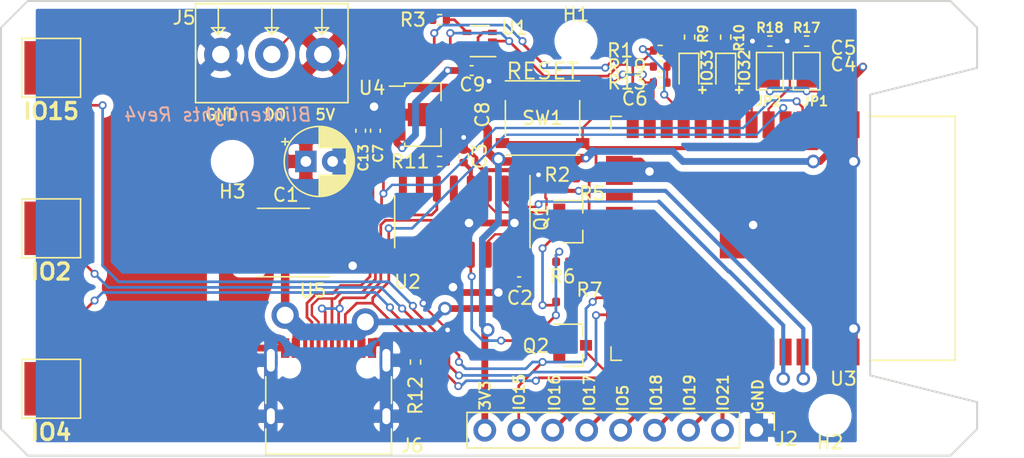
<source format=kicad_pcb>
(kicad_pcb (version 20171130) (host pcbnew "(5.1.9)-1")
  (layers (0 F.Cu mixed) (1 Gnd.Cu mixed) (2 Vcc.Cu mixed) (31 B.Cu mixed) (35 F.Paste user) (36 B.SilkS user) (37 F.SilkS user) (38 B.Mask user) (39 F.Mask user) (44 Edge.Cuts user))
  (net 0 "")
  (net 1 GND)
  (net 2 +3V3)
  (net 3 /EN)
  (net 4 +5V)
  (net 5 /USB_RTS)
  (net 6 "Net-(Q1-Pad1)")
  (net 7 /IO0)
  (net 8 /USB_DTR)
  (net 9 /USB_RX)
  (net 10 /USB_TX)
  (net 11 /DOUT)
  (net 12 /IO33)
  (net 13 /IO32)
  (net 14 /IO35)
  (net 15 /IO34)
  (net 16 /IO16)
  (net 17 /IO17)
  (net 18 /IO5)
  (net 19 /IO18)
  (net 20 /IO19)
  (net 21 /IO21)
  (net 22 /LED_SIG)
  (net 23 "Net-(Q2-Pad1)")
  (net 24 "Net-(R2-Pad2)")
  (net 25 "Net-(D258-Pad1)")
  (net 26 "Net-(D259-Pad1)")
  (net 27 /Dm)
  (net 28 /Dp)
  (net 29 "Net-(J5-Pad2)")
  (net 30 /LED_5V)
  (net 31 /IO15)
  (net 32 /IO2)
  (net 33 /IO4)
  (net 34 /CC1)
  (net 35 /CC2)
  (net 36 "Net-(C3-Pad1)")
  (net 37 /LED_ON1)
  (net 38 /LED_ON0)
  (module Capacitor_SMD:C_0402_1005Metric (layer F.Cu) (at 195.9 174.7 90)
    (fp_text reference C13 (at -2.03 0.2 90) (layer F.SilkS) (effects (font (size 0.7 0.7))))
    (fp_text value 0.1uF)
    (pad 2 smd roundrect (at 0.48 0 90) (size 0.56 0.62) (layers F.Cu F.Paste F.Mask) (net 1 GND))
    (pad 1 smd roundrect (at -0.48 0 90) (size 0.56 0.62) (layers F.Cu F.Paste F.Mask) (net 4 +5V))
  )
  (module Capacitor_THT:CP_Radial_D5.0mm_P2.00mm (layer F.Cu) (at 191.8 177)
    (fp_text reference C1 (at -1.5 2.5) (layer F.SilkS))
    (fp_text value 470uF)
    (pad 2 thru_hole circle (at 2 0) (size 1.6 1.6) (drill 0.8) (layers *.Cu *.Mask) (net 1 GND))
    (pad 1 thru_hole rect (at 0 0) (size 1.6 1.6) (drill 0.8) (layers *.Cu *.Mask) (net 30 /LED_5V))
  )
  (module Package_SO:SO-8_3.9x4.9mm_P1.27mm (layer F.Cu) (at 190.125 183.065 180)
    (fp_text reference U5 (at -2.2 -3.6) (layer F.SilkS))
    (fp_text value AP2172A)
    (pad 8 smd roundrect (at 2.575 -1.905 180) (size 1.75 0.6) (layers F.Cu F.Paste F.Mask))
    (pad 7 smd roundrect (at 2.575 -0.635 180) (size 1.75 0.6) (layers F.Cu F.Paste F.Mask) (net 30 /LED_5V))
    (pad 6 smd roundrect (at 2.575 0.635 180) (size 1.75 0.6) (layers F.Cu F.Paste F.Mask) (net 30 /LED_5V))
    (pad 5 smd roundrect (at 2.575 1.905 180) (size 1.75 0.6) (layers F.Cu F.Paste F.Mask))
    (pad 4 smd roundrect (at -2.575 1.905 180) (size 1.75 0.6) (layers F.Cu F.Paste F.Mask) (net 37 /LED_ON1))
    (pad 3 smd roundrect (at -2.575 0.635 180) (size 1.75 0.6) (layers F.Cu F.Paste F.Mask) (net 38 /LED_ON0))
    (pad 2 smd roundrect (at -2.575 -0.635 180) (size 1.75 0.6) (layers F.Cu F.Paste F.Mask) (net 4 +5V))
    (pad 1 smd roundrect (at -2.575 -1.905 180) (size 1.75 0.6) (layers F.Cu F.Paste F.Mask) (net 1 GND))
  )
  (module Resistor_SMD:R_0402_1005Metric (layer F.Cu) (at 218.3 168.7 180)
    (fp_text reference R1 (at 3 0) (layer F.SilkS))
    (fp_text value 10kR)
    (pad 2 smd roundrect (at 0.51 0 180) (size 0.54 0.64) (layers F.Cu F.Paste F.Mask) (net 37 /LED_ON1))
    (pad 1 smd roundrect (at -0.51 0 180) (size 0.54 0.64) (layers F.Cu F.Paste F.Mask) (net 1 GND))
  )
  (module TestPoint:TestPoint_Pad_4.0x4.0mm (layer F.Cu) (at 172.75 194)
    (fp_text reference TP6 hide)
    (fp_text value TestPoint)
    (pad 1 smd rect (at 0 0) (size 4 4) (layers F.Cu F.Mask) (net 33 /IO4))
  )
  (module Capacitor_SMD:C_0402_1005Metric (layer F.Cu) (at 203.75 173.5 90)
    (fp_text reference C8 (at 0 1.25 90) (layer F.SilkS))
    (fp_text value 10uF)
    (pad 1 smd roundrect (at -0.485 0 90) (size 0.59 0.64) (layers F.Cu F.Paste F.Mask) (net 2 +3V3))
    (pad 2 smd roundrect (at 0.485 0 90) (size 0.59 0.64) (layers F.Cu F.Paste F.Mask) (net 1 GND))
  )
  (module Resistor_SMD:R_0402_1005Metric (layer F.Cu) (at 212.5 178.25 180)
    (fp_text reference R5 (at -0.7 -1.15) (layer F.SilkS))
    (fp_text value 10kR)
    (pad 1 smd roundrect (at -0.485 0 180) (size 0.59 0.64) (layers F.Cu F.Paste F.Mask) (net 3 /EN))
    (pad 2 smd roundrect (at 0.485 0 180) (size 0.59 0.64) (layers F.Cu F.Paste F.Mask) (net 2 +3V3))
  )
  (module Package_SO:SOIC-16_3.9x9.9mm_P1.27mm (layer F.Cu) (at 203.5 181.5 270)
    (fp_text reference U2 (at 4.5 4.1 180) (layer F.SilkS))
    (fp_text value CH340B/CH340C)
    (pad 16 smd roundrect (at 2.475 -4.445 270) (size 1.95 0.6) (layers F.Cu F.Paste F.Mask) (net 4 +5V))
    (pad 15 smd roundrect (at 2.475 -3.175 270) (size 1.95 0.6) (layers F.Cu F.Paste F.Mask))
    (pad 14 smd roundrect (at 2.475 -1.905 270) (size 1.95 0.6) (layers F.Cu F.Paste F.Mask) (net 5 /USB_RTS))
    (pad 13 smd roundrect (at 2.475 -0.635 270) (size 1.95 0.6) (layers F.Cu F.Paste F.Mask) (net 8 /USB_DTR))
    (pad 12 smd roundrect (at 2.475 0.635 270) (size 1.95 0.6) (layers F.Cu F.Paste F.Mask))
    (pad 11 smd roundrect (at 2.475 1.905 270) (size 1.95 0.6) (layers F.Cu F.Paste F.Mask))
    (pad 10 smd roundrect (at 2.475 3.175 270) (size 1.95 0.6) (layers F.Cu F.Paste F.Mask))
    (pad 9 smd roundrect (at 2.475 4.445 270) (size 1.95 0.6) (layers F.Cu F.Paste F.Mask))
    (pad 8 smd roundrect (at -2.475 4.445 270) (size 1.95 0.6) (layers F.Cu F.Paste F.Mask))
    (pad 7 smd roundrect (at -2.475 3.175 270) (size 1.95 0.6) (layers F.Cu F.Paste F.Mask))
    (pad 6 smd roundrect (at -2.475 1.905 270) (size 1.95 0.6) (layers F.Cu F.Paste F.Mask) (net 27 /Dm))
    (pad 5 smd roundrect (at -2.475 0.635 270) (size 1.95 0.6) (layers F.Cu F.Paste F.Mask) (net 28 /Dp))
    (pad 4 smd roundrect (at -2.475 -0.635 270) (size 1.95 0.6) (layers F.Cu F.Paste F.Mask) (net 36 "Net-(C3-Pad1)"))
    (pad 3 smd roundrect (at -2.475 -1.905 270) (size 1.95 0.6) (layers F.Cu F.Paste F.Mask) (net 9 /USB_RX))
    (pad 2 smd roundrect (at -2.475 -3.175 270) (size 1.95 0.6) (layers F.Cu F.Paste F.Mask) (net 10 /USB_TX))
    (pad 1 smd roundrect (at -2.475 -4.445 270) (size 1.95 0.6) (layers F.Cu F.Paste F.Mask) (net 1 GND))
  )
  (module Capacitor_SMD:C_0402_1005Metric (layer F.Cu) (at 197 174.7 90)
    (fp_text reference C7 (at -1.7 0.2 90) (layer F.SilkS) (effects (font (size 0.7 0.7))))
    (fp_text value 10uF)
    (pad 2 smd roundrect (at 0.48 0 90) (size 0.56 0.62) (layers F.Cu F.Paste F.Mask) (net 1 GND))
    (pad 1 smd roundrect (at -0.48 0 90) (size 0.56 0.62) (layers F.Cu F.Paste F.Mask) (net 4 +5V))
  )
  (module Capacitor_SMD:C_0402_1005Metric (layer F.Cu) (at 203.6 176.6 90)
    (fp_text reference C3 (at 0 1.2 90) (layer F.SilkS))
    (fp_text value 0.1uF)
    (pad 2 smd roundrect (at 0.48 0 90) (size 0.56 0.62) (layers F.Cu F.Paste F.Mask) (net 1 GND))
    (pad 1 smd roundrect (at -0.48 0 90) (size 0.56 0.62) (layers F.Cu F.Paste F.Mask) (net 36 "Net-(C3-Pad1)"))
  )
  (module Capacitor_SMD:C_0402_1005Metric (layer F.Cu) (at 207.75 186 180)
    (fp_text reference C2 (at -0.05 -1.2) (layer F.SilkS))
    (fp_text value 0.1uF)
    (pad 2 smd roundrect (at 0.48 0 180) (size 0.56 0.62) (layers F.Cu F.Paste F.Mask) (net 1 GND))
    (pad 1 smd roundrect (at -0.48 0 180) (size 0.56 0.62) (layers F.Cu F.Paste F.Mask) (net 4 +5V))
  )
  (module Package_TO_SOT_SMD:SOT-89-3 (layer F.Cu) (at 200.25 173.5)
    (fp_text reference U4 (at -3.5 -2) (layer F.SilkS))
    (fp_text value AZ1117-3.3)
    (pad 2 smd custom (at -1.5625 0) (size 1.475 0.9) (layers F.Cu F.Paste F.Mask) (net 2 +3V3) (options (clearance outline) (anchor rect)) (primitives (gr_poly (pts (xy 0.7375 -0.8665) (xy 3.8625 -0.8665) (xy 3.8625 0.8665) (xy 0.7375 0.8665)) (width 0))))
    (pad 3 smd rect (at -1.65 1.5) (size 1.3 0.9) (layers F.Cu F.Paste F.Mask) (net 4 +5V))
    (pad 1 smd rect (at -1.65 -1.5) (size 1.3 0.9) (layers F.Cu F.Paste F.Mask) (net 1 GND))
  )
  (module RF_Module:ESP32-WROOM-32 (layer F.Cu) (at 224.5 182.75 270)
    (fp_text reference U3 (at 10.5 -7.5) (layer F.SilkS))
    (fp_text value ESP32-WROOM-32)
    (pad 39 smd rect (at -1 -0.755 270) (size 5 5) (layers F.Cu F.Paste F.Mask) (net 1 GND))
    (pad 1 smd rect (at -8.5 -8.255 270) (size 2 0.9) (layers F.Cu F.Paste F.Mask) (net 1 GND))
    (pad 2 smd rect (at -8.5 -6.985 270) (size 2 0.9) (layers F.Cu F.Paste F.Mask) (net 2 +3V3))
    (pad 3 smd rect (at -8.5 -5.715 270) (size 2 0.9) (layers F.Cu F.Paste F.Mask) (net 3 /EN))
    (pad 4 smd rect (at -8.5 -4.445 270) (size 2 0.9) (layers F.Cu F.Paste F.Mask) (net 34 /CC1))
    (pad 5 smd rect (at -8.5 -3.175 270) (size 2 0.9) (layers F.Cu F.Paste F.Mask) (net 35 /CC2))
    (pad 6 smd rect (at -8.5 -1.905 270) (size 2 0.9) (layers F.Cu F.Paste F.Mask) (net 15 /IO34))
    (pad 7 smd rect (at -8.5 -0.635 270) (size 2 0.9) (layers F.Cu F.Paste F.Mask) (net 14 /IO35))
    (pad 8 smd rect (at -8.5 0.635 270) (size 2 0.9) (layers F.Cu F.Paste F.Mask) (net 13 /IO32))
    (pad 9 smd rect (at -8.5 1.905 270) (size 2 0.9) (layers F.Cu F.Paste F.Mask) (net 12 /IO33))
    (pad 10 smd rect (at -8.5 3.175 270) (size 2 0.9) (layers F.Cu F.Paste F.Mask))
    (pad 11 smd rect (at -8.5 4.445 270) (size 2 0.9) (layers F.Cu F.Paste F.Mask) (net 37 /LED_ON1))
    (pad 12 smd rect (at -8.5 5.715 270) (size 2 0.9) (layers F.Cu F.Paste F.Mask) (net 11 /DOUT))
    (pad 13 smd rect (at -8.5 6.985 270) (size 2 0.9) (layers F.Cu F.Paste F.Mask))
    (pad 14 smd rect (at -8.5 8.255 270) (size 2 0.9) (layers F.Cu F.Paste F.Mask) (net 38 /LED_ON0))
    (pad 15 smd rect (at -5.715 9.255) (size 2 0.9) (layers F.Cu F.Paste F.Mask) (net 1 GND))
    (pad 16 smd rect (at -4.445 9.255) (size 2 0.9) (layers F.Cu F.Paste F.Mask))
    (pad 17 smd rect (at -3.175 9.255) (size 2 0.9) (layers F.Cu F.Paste F.Mask))
    (pad 18 smd rect (at -1.905 9.255) (size 2 0.9) (layers F.Cu F.Paste F.Mask))
    (pad 19 smd rect (at -0.635 9.255) (size 2 0.9) (layers F.Cu F.Paste F.Mask))
    (pad 20 smd rect (at 0.635 9.255) (size 2 0.9) (layers F.Cu F.Paste F.Mask))
    (pad 21 smd rect (at 1.905 9.255) (size 2 0.9) (layers F.Cu F.Paste F.Mask))
    (pad 22 smd rect (at 3.175 9.255) (size 2 0.9) (layers F.Cu F.Paste F.Mask))
    (pad 23 smd rect (at 4.445 9.255) (size 2 0.9) (layers F.Cu F.Paste F.Mask) (net 31 /IO15))
    (pad 24 smd rect (at 5.715 9.255) (size 2 0.9) (layers F.Cu F.Paste F.Mask) (net 32 /IO2))
    (pad 25 smd rect (at 8.5 8.255 270) (size 2 0.9) (layers F.Cu F.Paste F.Mask) (net 7 /IO0))
    (pad 26 smd rect (at 8.5 6.985 270) (size 2 0.9) (layers F.Cu F.Paste F.Mask) (net 33 /IO4))
    (pad 27 smd rect (at 8.5 5.715 270) (size 2 0.9) (layers F.Cu F.Paste F.Mask) (net 16 /IO16))
    (pad 28 smd rect (at 8.5 4.445 270) (size 2 0.9) (layers F.Cu F.Paste F.Mask) (net 17 /IO17))
    (pad 29 smd rect (at 8.5 3.175 270) (size 2 0.9) (layers F.Cu F.Paste F.Mask) (net 18 /IO5))
    (pad 30 smd rect (at 8.5 1.905 270) (size 2 0.9) (layers F.Cu F.Paste F.Mask) (net 19 /IO18))
    (pad 31 smd rect (at 8.5 0.635 270) (size 2 0.9) (layers F.Cu F.Paste F.Mask) (net 20 /IO19))
    (pad 32 smd rect (at 8.5 -0.635 270) (size 2 0.9) (layers F.Cu F.Paste F.Mask))
    (pad 33 smd rect (at 8.5 -1.905 270) (size 2 0.9) (layers F.Cu F.Paste F.Mask) (net 21 /IO21))
    (pad 34 smd rect (at 8.5 -3.175 270) (size 2 0.9) (layers F.Cu F.Paste F.Mask) (net 10 /USB_TX))
    (pad 35 smd rect (at 8.5 -4.445 270) (size 2 0.9) (layers F.Cu F.Paste F.Mask) (net 24 "Net-(R2-Pad2)"))
    (pad 36 smd rect (at 8.5 -5.715 270) (size 2 0.9) (layers F.Cu F.Paste F.Mask))
    (pad 37 smd rect (at 8.5 -6.985 270) (size 2 0.9) (layers F.Cu F.Paste F.Mask))
    (pad 38 smd rect (at 8.5 -8.255 270) (size 2 0.9) (layers F.Cu F.Paste F.Mask) (net 1 GND))
  )
  (module MountingHole:MountingHole_2.2mm_M2 (layer F.Cu) (at 231 196)
    (fp_text reference H2 (at 0 2) (layer F.SilkS))
    (fp_text value MountingHole)
    (pad 1 np_thru_hole circle (at 0 0) (size 2.2 2.2) (drill 2.2) (layers *.Cu *.Mask))
  )
  (module MountingHole:MountingHole_2.2mm_M2 (layer F.Cu) (at 186.3 177)
    (fp_text reference H3 (at 0 2.25) (layer F.SilkS))
    (fp_text value MountingHole)
    (pad 1 np_thru_hole circle (at 0 0) (size 2.2 2.2) (drill 2.2) (layers *.Cu *.Mask))
  )
  (module MountingHole:MountingHole_2.2mm_M2 (layer F.Cu) (at 212 168)
    (fp_text reference H1 (at 0 -2) (layer F.SilkS))
    (fp_text value MountingHole)
    (pad 1 np_thru_hole circle (at 0 0) (size 2.2 2.2) (drill 2.2) (layers *.Cu *.Mask))
  )
  (module terminal_block:KF128L-3.81-3P (layer F.Cu) (at 189.25 169 180)
    (fp_text reference J5 (at 6.56 2.75) (layer F.SilkS))
    (fp_text value CONN_01X03)
    (pad 3 thru_hole circle (at 3.81 0 180) (size 2.5 2.5) (drill 1.3) (layers *.Cu *.Mask) (net 1 GND))
    (pad 2 thru_hole circle (at 0 0 180) (size 2.5 2.5) (drill 1.3) (layers *.Cu *.Mask) (net 29 "Net-(J5-Pad2)"))
    (pad 1 thru_hole circle (at -3.81 0 180) (size 2.5 2.5) (drill 1.3) (layers *.Cu *.Mask) (net 30 /LED_5V))
  )
  (module Resistor_SMD:R_0402_1005Metric (layer F.Cu) (at 200 192 90)
    (fp_text reference R12 (at -2.5 0 90) (layer F.SilkS))
    (fp_text value 5.1kR)
    (pad 2 smd roundrect (at 0.51 0 90) (size 0.54 0.64) (layers F.Cu F.Paste F.Mask) (net 35 /CC2))
    (pad 1 smd roundrect (at -0.51 0 90) (size 0.54 0.64) (layers F.Cu F.Paste F.Mask) (net 1 GND))
  )
  (module TestPoint:TestPoint_Pad_4.0x4.0mm (layer F.Cu) (at 172.75 182)
    (fp_text reference TP2 hide)
    (fp_text value TestPoint)
    (pad 1 smd rect (at 0 0) (size 4 4) (layers F.Cu F.Mask) (net 32 /IO2))
  )
  (module TestPoint:TestPoint_Pad_4.0x4.0mm (layer F.Cu) (at 172.75 170)
    (fp_text reference TP1 hide)
    (fp_text value TestPoint)
    (pad 1 smd rect (at 0 0) (size 4 4) (layers F.Cu F.Mask) (net 31 /IO15))
  )
  (module Resistor_SMD:R_0402_1005Metric (layer F.Cu) (at 218.3 169.9 180)
    (fp_text reference R19 (at 2.5 0) (layer F.SilkS))
    (fp_text value 10kR)
    (pad 2 smd roundrect (at 0.51 0 180) (size 0.54 0.64) (layers F.Cu F.Paste F.Mask) (net 38 /LED_ON0))
    (pad 1 smd roundrect (at -0.51 0 180) (size 0.54 0.64) (layers F.Cu F.Paste F.Mask) (net 1 GND))
  )
  (module Package_TO_SOT_SMD:SOT-353_SC-70-5 (layer F.Cu) (at 204.8 168 180)
    (fp_text reference U1 (at -2.6 1) (layer F.SilkS))
    (fp_text value SN74LV1T08)
    (pad 5 smd rect (at 0.95 -0.65 180) (size 0.65 0.4) (layers F.Cu F.Paste F.Mask) (net 4 +5V))
    (pad 4 smd rect (at 0.95 0.65 180) (size 0.65 0.4) (layers F.Cu F.Paste F.Mask) (net 22 /LED_SIG))
    (pad 2 smd rect (at -0.95 0 180) (size 0.65 0.4) (layers F.Cu F.Paste F.Mask) (net 38 /LED_ON0))
    (pad 3 smd rect (at -0.95 0.65 180) (size 0.65 0.4) (layers F.Cu F.Paste F.Mask) (net 1 GND))
    (pad 1 smd rect (at -0.95 -0.65 180) (size 0.65 0.4) (layers F.Cu F.Paste F.Mask) (net 11 /DOUT))
  )
  (module Capacitor_SMD:C_0402_1005Metric (layer F.Cu) (at 204.2 170.2)
    (fp_text reference C9 (at 0.05 1.05) (layer F.SilkS))
    (fp_text value 0.1uF)
    (pad 2 smd roundrect (at 0.48 0) (size 0.56 0.62) (layers F.Cu F.Paste F.Mask) (net 1 GND))
    (pad 1 smd roundrect (at -0.48 0) (size 0.56 0.62) (layers F.Cu F.Paste F.Mask) (net 4 +5V))
  )
  (module Capacitor_SMD:C_0402_1005Metric (layer F.Cu) (at 214.5 172 180)
    (fp_text reference C6 (at -1.9 -0.3) (layer F.SilkS))
    (fp_text value 4.7uF)
    (pad 1 smd roundrect (at -0.485 0 180) (size 0.59 0.64) (layers F.Cu F.Paste F.Mask) (net 3 /EN))
    (pad 2 smd roundrect (at 0.485 0 180) (size 0.59 0.64) (layers F.Cu F.Paste F.Mask) (net 1 GND))
  )
  (module Resistor_SMD:R_0402_1005Metric (layer F.Cu) (at 201.8 166.4)
    (fp_text reference R3 (at -2 0) (layer F.SilkS))
    (fp_text value 470R)
    (pad 1 smd roundrect (at -0.51 0) (size 0.54 0.64) (layers F.Cu F.Paste F.Mask) (net 29 "Net-(J5-Pad2)"))
    (pad 2 smd roundrect (at 0.51 0) (size 0.54 0.64) (layers F.Cu F.Paste F.Mask) (net 22 /LED_SIG))
  )
  (module Jumper:SolderJumper-2_P1.3mm_Open_TrianglePad1.0x1.5mm (layer F.Cu) (at 229.25 170.25 90)
    (fp_text reference JP1 (at -2.25 0.65 180) (layer F.SilkS) (effects (font (size 0.7 0.7))))
    (fp_text value J_NO)
    (pad 1 smd custom (at -0.725 0 90) (size 0.3 0.3) (layers F.Cu F.Mask) (net 2 +3V3) (options (clearance outline) (anchor rect)) (primitives (gr_poly (pts (xy -0.5 -0.75) (xy 0.5 -0.75) (xy 1 0) (xy 0.5 0.75) (xy -0.5 0.75)) (width 0))))
    (pad 2 smd custom (at 0.725 0 90) (size 0.3 0.3) (layers F.Cu F.Mask) (net 15 /IO34) (options (clearance outline) (anchor rect)) (primitives (gr_poly (pts (xy -0.65 -0.75) (xy 0.5 -0.75) (xy 0.5 0.75) (xy -0.65 0.75) (xy -0.15 0)) (width 0))))
  )
  (module Jumper:SolderJumper-2_P1.3mm_Open_TrianglePad1.0x1.5mm (layer F.Cu) (at 226.5 170.25 90)
    (fp_text reference JP2 (at -2.25 -0.1 180) (layer F.SilkS) (effects (font (size 0.7 0.7))))
    (fp_text value J_NO)
    (pad 1 smd custom (at -0.725 0 90) (size 0.3 0.3) (layers F.Cu F.Mask) (net 2 +3V3) (options (clearance outline) (anchor rect)) (primitives (gr_poly (pts (xy -0.5 -0.75) (xy 0.5 -0.75) (xy 1 0) (xy 0.5 0.75) (xy -0.5 0.75)) (width 0))))
    (pad 2 smd custom (at 0.725 0 90) (size 0.3 0.3) (layers F.Cu F.Mask) (net 14 /IO35) (options (clearance outline) (anchor rect)) (primitives (gr_poly (pts (xy -0.65 -0.75) (xy 0.5 -0.75) (xy 0.5 0.75) (xy -0.65 0.75) (xy -0.15 0)) (width 0))))
  )
  (module Resistor_SMD:R_0402_1005Metric (layer F.Cu) (at 229.25 168)
    (fp_text reference R17 (at 0 -1) (layer F.SilkS) (effects (font (size 0.7 0.7))))
    (fp_text value 10kR)
    (pad 2 smd roundrect (at 0.51 0) (size 0.54 0.64) (layers F.Cu F.Paste F.Mask) (net 15 /IO34))
    (pad 1 smd roundrect (at -0.51 0) (size 0.54 0.64) (layers F.Cu F.Paste F.Mask) (net 1 GND))
  )
  (module Resistor_SMD:R_0402_1005Metric (layer F.Cu) (at 226.5 168)
    (fp_text reference R18 (at 0 -1) (layer F.SilkS) (effects (font (size 0.7 0.7))))
    (fp_text value 10kR)
    (pad 2 smd roundrect (at 0.51 0) (size 0.54 0.64) (layers F.Cu F.Paste F.Mask) (net 14 /IO35))
    (pad 1 smd roundrect (at -0.51 0) (size 0.54 0.64) (layers F.Cu F.Paste F.Mask) (net 1 GND))
  )
  (module Resistor_SMD:R_0402_1005Metric (layer F.Cu) (at 218.3 171.1 180)
    (fp_text reference R13 (at 2.5 0) (layer F.SilkS))
    (fp_text value 10kR)
    (pad 2 smd roundrect (at 0.51 0 180) (size 0.54 0.64) (layers F.Cu F.Paste F.Mask) (net 11 /DOUT))
    (pad 1 smd roundrect (at -0.51 0 180) (size 0.54 0.64) (layers F.Cu F.Paste F.Mask) (net 1 GND))
  )
  (module Resistor_SMD:R_0402_1005Metric (layer F.Cu) (at 201.8 177 180)
    (fp_text reference R11 (at 2.2 0) (layer F.SilkS))
    (fp_text value 5.1kR)
    (pad 2 smd roundrect (at 0.51 0 180) (size 0.54 0.64) (layers F.Cu F.Paste F.Mask) (net 34 /CC1))
    (pad 1 smd roundrect (at -0.51 0 180) (size 0.54 0.64) (layers F.Cu F.Paste F.Mask) (net 1 GND))
  )
  (module Connector_USB:USB_C_Receptacle_HRO_TYPE-C-31-M-12 (layer F.Cu) (at 193.5 195)
    (fp_text reference J6 (at 6.25 3.25 180) (layer F.SilkS))
    (fp_text value USB_C_Receptacle_USB2.0)
    (pad B1 smd rect (at 3.25 -4.045) (size 0.6 1.45) (layers F.Cu F.Paste F.Mask) (net 1 GND))
    (pad A9 smd rect (at 2.45 -4.045) (size 0.6 1.45) (layers F.Cu F.Paste F.Mask) (net 4 +5V))
    (pad B9 smd rect (at -2.45 -4.045) (size 0.6 1.45) (layers F.Cu F.Paste F.Mask) (net 4 +5V))
    (pad B12 smd rect (at -3.25 -4.045) (size 0.6 1.45) (layers F.Cu F.Paste F.Mask) (net 1 GND))
    (pad A1 smd rect (at -3.25 -4.045) (size 0.6 1.45) (layers F.Cu F.Paste F.Mask) (net 1 GND))
    (pad A4 smd rect (at -2.45 -4.045) (size 0.6 1.45) (layers F.Cu F.Paste F.Mask) (net 4 +5V))
    (pad B4 smd rect (at 2.45 -4.045) (size 0.6 1.45) (layers F.Cu F.Paste F.Mask) (net 4 +5V))
    (pad A12 smd rect (at 3.25 -4.045) (size 0.6 1.45) (layers F.Cu F.Paste F.Mask) (net 1 GND))
    (pad B8 smd rect (at -1.75 -4.045) (size 0.3 1.45) (layers F.Cu F.Paste F.Mask))
    (pad A5 smd rect (at -1.25 -4.045) (size 0.3 1.45) (layers F.Cu F.Paste F.Mask) (net 34 /CC1))
    (pad B7 smd rect (at -0.75 -4.045) (size 0.3 1.45) (layers F.Cu F.Paste F.Mask) (net 27 /Dm))
    (pad A7 smd rect (at 0.25 -4.045) (size 0.3 1.45) (layers F.Cu F.Paste F.Mask) (net 27 /Dm))
    (pad B6 smd rect (at 0.75 -4.045) (size 0.3 1.45) (layers F.Cu F.Paste F.Mask) (net 28 /Dp))
    (pad A8 smd rect (at 1.25 -4.045) (size 0.3 1.45) (layers F.Cu F.Paste F.Mask))
    (pad B5 smd rect (at 1.75 -4.045) (size 0.3 1.45) (layers F.Cu F.Paste F.Mask) (net 35 /CC2))
    (pad A6 smd rect (at -0.25 -4.045) (size 0.3 1.45) (layers F.Cu F.Paste F.Mask) (net 28 /Dp))
    (pad S1 thru_hole oval (at 4.32 -3.13) (size 1 2.1) (drill oval 0.6 1.7) (layers *.Cu *.Mask) (net 1 GND))
    (pad S1 thru_hole oval (at -4.32 -3.13) (size 1 2.1) (drill oval 0.6 1.7) (layers *.Cu *.Mask) (net 1 GND))
    (pad "" np_thru_hole circle (at -2.89 -2.6) (size 0.65 0.65) (drill 0.65) (layers *.Cu *.Mask))
    (pad S1 thru_hole oval (at -4.32 1.05) (size 1 1.6) (drill oval 0.6 1.2) (layers *.Cu *.Mask) (net 1 GND))
    (pad "" np_thru_hole circle (at 2.89 -2.6) (size 0.65 0.65) (drill 0.65) (layers *.Cu *.Mask))
    (pad S1 thru_hole oval (at 4.32 1.05) (size 1 1.6) (drill oval 0.6 1.2) (layers *.Cu *.Mask) (net 1 GND))
  )
  (module Resistor_SMD:R_0402_1005Metric (layer F.Cu) (at 223.2 167.7 270)
    (fp_text reference R10 (at 0.05 -1 90) (layer F.SilkS) (effects (font (size 0.7 0.7))))
    (fp_text value 100R)
    (pad 2 smd roundrect (at 0.51 0 270) (size 0.54 0.64) (layers F.Cu F.Paste F.Mask) (net 26 "Net-(D259-Pad1)"))
    (pad 1 smd roundrect (at -0.51 0 270) (size 0.54 0.64) (layers F.Cu F.Paste F.Mask) (net 1 GND))
  )
  (module Resistor_SMD:R_0402_1005Metric (layer F.Cu) (at 220.5 167.7 270)
    (fp_text reference R9 (at -0.25 -1 90) (layer F.SilkS) (effects (font (size 0.7 0.7))))
    (fp_text value 100R)
    (pad 2 smd roundrect (at 0.51 0 270) (size 0.54 0.64) (layers F.Cu F.Paste F.Mask) (net 25 "Net-(D258-Pad1)"))
    (pad 1 smd roundrect (at -0.51 0 270) (size 0.54 0.64) (layers F.Cu F.Paste F.Mask) (net 1 GND))
  )
  (module LED_SMD:LED_0603_1608Metric (layer F.Cu) (at 223.2 170.4 270)
    (fp_text reference D259 hide)
    (fp_text value Y)
    (pad 2 smd roundrect (at 0.7875 0 270) (size 0.875 0.95) (layers F.Cu F.Paste F.Mask) (net 13 /IO32))
    (pad 1 smd roundrect (at -0.7875 0 270) (size 0.875 0.95) (layers F.Cu F.Paste F.Mask) (net 26 "Net-(D259-Pad1)"))
  )
  (module LED_SMD:LED_0603_1608Metric (layer F.Cu) (at 220.45 170.4 270)
    (fp_text reference D258 hide)
    (fp_text value G)
    (pad 2 smd roundrect (at 0.7875 0 270) (size 0.875 0.95) (layers F.Cu F.Paste F.Mask) (net 12 /IO33))
    (pad 1 smd roundrect (at -0.7875 0 270) (size 0.875 0.95) (layers F.Cu F.Paste F.Mask) (net 25 "Net-(D258-Pad1)"))
  )
  (module Connector_PinHeader_2.54mm:PinHeader_1x09_P2.54mm_Vertical (layer F.Cu) (at 225.5 197.1 270)
    (fp_text reference J2 (at 0.65 -2.25 180) (layer F.SilkS))
    (fp_text value CONN_01X09)
    (pad 1 thru_hole rect (at 0 0 270) (size 1.7 1.7) (drill 1) (layers *.Cu *.Mask) (net 1 GND))
    (pad 2 thru_hole oval (at 0 2.54 270) (size 1.7 1.7) (drill 1) (layers *.Cu *.Mask) (net 21 /IO21))
    (pad 3 thru_hole oval (at 0 5.08 270) (size 1.7 1.7) (drill 1) (layers *.Cu *.Mask) (net 20 /IO19))
    (pad 4 thru_hole oval (at 0 7.62 270) (size 1.7 1.7) (drill 1) (layers *.Cu *.Mask) (net 19 /IO18))
    (pad 5 thru_hole oval (at 0 10.16 270) (size 1.7 1.7) (drill 1) (layers *.Cu *.Mask) (net 18 /IO5))
    (pad 6 thru_hole oval (at 0 12.7 270) (size 1.7 1.7) (drill 1) (layers *.Cu *.Mask) (net 17 /IO17))
    (pad 7 thru_hole oval (at 0 15.24 270) (size 1.7 1.7) (drill 1) (layers *.Cu *.Mask) (net 16 /IO16))
    (pad 8 thru_hole oval (at 0 17.78 270) (size 1.7 1.7) (drill 1) (layers *.Cu *.Mask) (net 31 /IO15))
    (pad 9 thru_hole oval (at 0 20.32 270) (size 1.7 1.7) (drill 1) (layers *.Cu *.Mask) (net 2 +3V3))
  )
  (module Switch:SW_Push_1P1T_NO_5.1x5.1mm (layer F.Cu) (at 209.5 173.75 180)
    (fp_text reference SW1 (at 0 0 180) (layer F.SilkS))
    (fp_text value SW_Push)
    (pad 2 smd rect (at -3 1.875 180) (size 1 0.75) (layers F.Cu F.Paste F.Mask) (net 1 GND))
    (pad 1 smd rect (at -3 -1.875 180) (size 1 0.75) (layers F.Cu F.Paste F.Mask) (net 3 /EN))
    (pad 1 smd rect (at 3 -1.875 180) (size 1 0.75) (layers F.Cu F.Paste F.Mask) (net 3 /EN))
    (pad 2 smd rect (at 3 1.875 180) (size 1 0.75) (layers F.Cu F.Paste F.Mask) (net 1 GND))
  )
  (module Resistor_SMD:R_0402_1005Metric (layer F.Cu) (at 210.2 179)
    (fp_text reference R2 (at 0.4 -1) (layer F.SilkS))
    (fp_text value 470R)
    (pad 1 smd roundrect (at -0.485 0) (size 0.59 0.64) (layers F.Cu F.Paste F.Mask) (net 9 /USB_RX))
    (pad 2 smd roundrect (at 0.485 0) (size 0.59 0.64) (layers F.Cu F.Paste F.Mask) (net 24 "Net-(R2-Pad2)"))
  )
  (module Resistor_SMD:R_0402_1005Metric (layer F.Cu) (at 211 187.5 180)
    (fp_text reference R7 (at -2 0.9 180) (layer F.SilkS))
    (fp_text value 10kR)
    (pad 1 smd roundrect (at -0.485 0 180) (size 0.59 0.64) (layers F.Cu F.Paste F.Mask) (net 23 "Net-(Q2-Pad1)"))
    (pad 2 smd roundrect (at 0.485 0 180) (size 0.59 0.64) (layers F.Cu F.Paste F.Mask) (net 5 /USB_RTS))
  )
  (module Resistor_SMD:R_0402_1005Metric (layer F.Cu) (at 211 184.5 180)
    (fp_text reference R6 (at 0 -1.1) (layer F.SilkS))
    (fp_text value 10kR)
    (pad 1 smd roundrect (at -0.485 0 180) (size 0.59 0.64) (layers F.Cu F.Paste F.Mask) (net 6 "Net-(Q1-Pad1)"))
    (pad 2 smd roundrect (at 0.485 0 180) (size 0.59 0.64) (layers F.Cu F.Paste F.Mask) (net 8 /USB_DTR))
  )
  (module Package_TO_SOT_SMD:SOT-23 (layer F.Cu) (at 211.75 190.75)
    (fp_text reference Q2 (at -2.75 0.05) (layer F.SilkS))
    (fp_text value Q_NPN_BEC)
    (pad 1 smd rect (at -1 -0.95) (size 0.9 0.8) (layers F.Cu F.Paste F.Mask) (net 23 "Net-(Q2-Pad1)"))
    (pad 2 smd rect (at -1 0.95) (size 0.9 0.8) (layers F.Cu F.Paste F.Mask) (net 8 /USB_DTR))
    (pad 3 smd rect (at 1 0) (size 0.9 0.8) (layers F.Cu F.Paste F.Mask) (net 7 /IO0))
  )
  (module Package_TO_SOT_SMD:SOT-23 (layer F.Cu) (at 211.75 181.5)
    (fp_text reference Q1 (at -2.35 -0.3 90) (layer F.SilkS))
    (fp_text value Q_NPN_BEC)
    (pad 1 smd rect (at -1 -0.95) (size 0.9 0.8) (layers F.Cu F.Paste F.Mask) (net 6 "Net-(Q1-Pad1)"))
    (pad 2 smd rect (at -1 0.95) (size 0.9 0.8) (layers F.Cu F.Paste F.Mask) (net 5 /USB_RTS))
    (pad 3 smd rect (at 1 0) (size 0.9 0.8) (layers F.Cu F.Paste F.Mask) (net 3 /EN))
  )
  (module Capacitor_SMD:C_0402_1005Metric (layer F.Cu) (at 232.25 172)
    (fp_text reference C4 (at -0.25 -2.25) (layer F.SilkS))
    (fp_text value 0.1uF)
    (pad 1 smd roundrect (at -0.485 0) (size 0.59 0.64) (layers F.Cu F.Paste F.Mask) (net 2 +3V3))
    (pad 2 smd roundrect (at 0.485 0) (size 0.59 0.64) (layers F.Cu F.Paste F.Mask) (net 1 GND))
  )
  (module Capacitor_SMD:C_0402_1005Metric (layer F.Cu) (at 232.25 170.942)
    (fp_text reference C5 (at -0.25 -2.442) (layer F.SilkS))
    (fp_text value 10uF)
    (pad 1 smd roundrect (at -0.485 0) (size 0.59 0.64) (layers F.Cu F.Paste F.Mask) (net 2 +3V3))
    (pad 2 smd roundrect (at 0.485 0) (size 0.59 0.64) (layers F.Cu F.Paste F.Mask) (net 1 GND))
  )
  (gr_line (start 171 165) (end 174 165) (layer Edge.Cuts) (width 0.15))
  (gr_line (start 169 167) (end 171 165) (layer Edge.Cuts) (width 0.15))
  (gr_line (start 169 197) (end 169 167) (layer Edge.Cuts) (width 0.15))
  (gr_line (start 171 199) (end 169 197) (layer Edge.Cuts) (width 0.15))
  (gr_line (start 174 199) (end 171 199) (layer Edge.Cuts) (width 0.15))
  (gr_line (start 174 199) (end 200 199) (layer Edge.Cuts) (width 0.15))
  (gr_line (start 240 165) (end 174 165) (layer Edge.Cuts) (width 0.15))
  (gr_line (start 242 168) (end 242 170) (layer Edge.Cuts) (width 0.15))
  (gr_line (start 234 172) (end 234 173) (layer Edge.Cuts) (width 0.15))
  (gr_line (start 234 172) (end 242 170) (layer Edge.Cuts) (width 0.15))
  (gr_line (start 242 167) (end 242 168) (layer Edge.Cuts) (width 0.15))
  (gr_line (start 240 165) (end 242 167) (layer Edge.Cuts) (width 0.15))
  (gr_line (start 240 199) (end 242 197) (layer Edge.Cuts) (width 0.15))
  (gr_line (start 200 199) (end 240 199) (layer Edge.Cuts) (width 0.15))
  (gr_text 5V (at 193.25 173.5) (layer F.SilkS) (effects (font (size 0.8 0.8))))
  (gr_text DO (at 189.5 173.5) (layer F.SilkS) (effects (font (size 0.8 0.8))))
  (gr_text GND (at 185.5 173.5) (layer F.SilkS) (effects (font (size 0.8 0.8))))
  (gr_text "Blinkenlights Rev4" (at 185.25 173.5) (layer B.SilkS) (effects (font (size 1 1) (thickness 0.15) italic) (justify mirror)))
  (gr_text IO4 (at 172.75 197.25) (layer F.SilkS) (effects (font (size 1.2 1.2) (thickness 0.25))))
  (gr_text IO2 (at 172.75 185.25) (layer F.SilkS) (effects (font (size 1.2 1.2) (thickness 0.25))))
  (gr_text IO15 (at 172.75 173.25) (layer F.SilkS) (effects (font (size 1.2 1.2) (thickness 0.25))))
  (gr_text IO15 (at 207.75 194.25 90) (layer F.SilkS) (effects (font (size 0.8 0.8))))
  (gr_text RESET (at 209.5 170.25) (layer F.SilkS) (effects (font (size 1.2 1.2))))
  (gr_line (start 224.2 171.4) (end 224.2 171.9) (layer F.SilkS) (width 0.15))
  (gr_line (start 224.2 171.65) (end 224.2 171.4) (layer F.SilkS) (width 0.15))
  (gr_line (start 224.45 171.65) (end 224.2 171.65) (layer F.SilkS) (width 0.15))
  (gr_line (start 223.95 171.65) (end 224.45 171.65) (layer F.SilkS) (width 0.15))
  (gr_line (start 221.45 171.65) (end 221.45 171.9) (layer F.SilkS) (width 0.15))
  (gr_line (start 221.45 171.65) (end 221.45 171.4) (layer F.SilkS) (width 0.15))
  (gr_line (start 221.7 171.65) (end 221.45 171.65) (layer F.SilkS) (width 0.15))
  (gr_line (start 221.2 171.65) (end 221.7 171.65) (layer F.SilkS) (width 0.15))
  (gr_line (start 242 195) (end 242 197) (layer Edge.Cuts) (width 0.15))
  (gr_line (start 234 193) (end 242 195) (layer Edge.Cuts) (width 0.15))
  (gr_line (start 234 173) (end 234 193) (layer Edge.Cuts) (width 0.15))
  (gr_text IO16 (at 210.4 194.3 90) (layer F.SilkS) (effects (font (size 0.8 0.8))))
  (gr_text IO17 (at 213 194.3 90) (layer F.SilkS) (effects (font (size 0.8 0.8))))
  (gr_text IO5 (at 215.5 194.7 90) (layer F.SilkS) (effects (font (size 0.8 0.8))))
  (gr_text IO18 (at 218 194.3 90) (layer F.SilkS) (effects (font (size 0.8 0.8))))
  (gr_text IO19 (at 220.5 194.3 90) (layer F.SilkS) (effects (font (size 0.8 0.8))))
  (gr_text IO21 (at 223 194.3 90) (layer F.SilkS) (effects (font (size 0.8 0.8))))
  (gr_text GND (at 225.6 194.5 90) (layer F.SilkS) (effects (font (size 0.8 0.8))))
  (gr_text 3V3 (at 205.2 194.5 90) (layer F.SilkS) (effects (font (size 0.8 0.8))))
  (gr_text IO33 (at 221.8 170 90) (layer F.SilkS) (effects (font (size 0.8 0.8))))
  (gr_text IO32 (at 224.6 170 90) (layer F.SilkS) (effects (font (size 0.8 0.8))))
  (via (at 200.6 187.6) (size 0.6) (drill 0.35) (layers F.Cu B.Cu) (net 1))
  (segment (start 200.6 187.8) (end 200.6 187.6) (width 0.1778) (layer F.Cu) (net 1))
  (segment (start 202.2 189.4) (end 200.6 187.8) (width 0.1778) (layer F.Cu) (net 1))
  (segment (start 232.755 174.25) (end 232.755 176.995) (width 0.635) (layer F.Cu) (net 1))
  (via (at 232.75 177) (size 1.016) (drill 0.635) (layers F.Cu B.Cu) (net 1))
  (segment (start 232.755 176.995) (end 232.75 177) (width 0.635) (layer F.Cu) (net 1))
  (via (at 225.25 181.75) (size 1.016) (drill 0.635) (layers F.Cu B.Cu) (net 1))
  (segment (start 225.255 181.75) (end 225.25 181.75) (width 0.635) (layer F.Cu) (net 1))
  (via (at 232.75 189.5) (size 1.016) (drill 0.635) (layers F.Cu B.Cu) (net 1))
  (segment (start 232.755 191.25) (end 232.755 189.505) (width 0.635) (layer F.Cu) (net 1))
  (segment (start 232.755 189.505) (end 232.75 189.5) (width 0.635) (layer F.Cu) (net 1))
  (via (at 217.5 177.75) (size 1.016) (drill 0.635) (layers F.Cu B.Cu) (net 1))
  (segment (start 215.245 177.035) (end 216.785 177.035) (width 0.635) (layer F.Cu) (net 1))
  (segment (start 216.785 177.035) (end 217.5 177.75) (width 0.635) (layer F.Cu) (net 1))
  (segment (start 232.735 174.23) (end 232.755 174.25) (width 0.635) (layer F.Cu) (net 1))
  (segment (start 232.735 172) (end 232.735 174.23) (width 0.635) (layer F.Cu) (net 1))
  (segment (start 232.735 170.942) (end 232.735 172) (width 0.635) (layer F.Cu) (net 1))
  (segment (start 232.735 170.942) (end 232.735 170.652) (width 0.635) (layer F.Cu) (net 1))
  (via (at 233.461 169.926) (size 0.6) (drill 0.35) (layers F.Cu B.Cu) (net 1))
  (segment (start 232.735 170.652) (end 233.461 169.926) (width 0.635) (layer F.Cu) (net 1))
  (segment (start 190.25 190.955) (end 190.25 190.75) (width 0.635) (layer F.Cu) (net 1))
  (segment (start 189.5 190.25) (end 189.18 190.57) (width 0.635) (layer F.Cu) (net 1))
  (segment (start 189.18 190.57) (end 189.18 191.87) (width 0.635) (layer F.Cu) (net 1))
  (segment (start 190.25 190.75) (end 189.75 190.25) (width 0.635) (layer F.Cu) (net 1))
  (segment (start 189.75 190.25) (end 189.5 190.25) (width 0.635) (layer F.Cu) (net 1))
  (segment (start 197.75 190.5) (end 197.82 190.57) (width 0.635) (layer F.Cu) (net 1))
  (segment (start 197.82 190.57) (end 197.82 191.87) (width 0.635) (layer F.Cu) (net 1))
  (segment (start 196.75 190.955) (end 196.75 190.75) (width 0.635) (layer F.Cu) (net 1))
  (segment (start 196.75 190.75) (end 197 190.5) (width 0.635) (layer F.Cu) (net 1))
  (segment (start 197 190.5) (end 197.75 190.5) (width 0.635) (layer F.Cu) (net 1))
  (segment (start 220.5 167.19) (end 223.2 167.19) (width 0.1778) (layer F.Cu) (net 1))
  (via (at 227.8 168) (size 0.6) (drill 0.35) (layers F.Cu B.Cu) (net 1))
  (segment (start 228.74 168) (end 227.8 168) (width 0.1778) (layer F.Cu) (net 1))
  (via (at 225.2 168) (size 0.6) (drill 0.35) (layers F.Cu B.Cu) (net 1))
  (segment (start 224.39 167.19) (end 225.2 168) (width 0.1778) (layer F.Cu) (net 1))
  (segment (start 223.2 167.19) (end 224.39 167.19) (width 0.1778) (layer F.Cu) (net 1))
  (via (at 225.2 168) (size 0.6) (drill 0.35) (layers F.Cu B.Cu) (net 1))
  (segment (start 225.2 168) (end 225.99 168) (width 0.1778) (layer F.Cu) (net 1))
  (via (at 205.5 171) (size 0.6) (drill 0.35) (layers F.Cu B.Cu) (net 1))
  (segment (start 204.68 170.2) (end 204.68 167.72) (width 0.2032) (layer F.Cu) (net 1))
  (segment (start 205.05 167.35) (end 205.75 167.35) (width 0.2032) (layer F.Cu) (net 1))
  (segment (start 204.68 167.72) (end 205.05 167.35) (width 0.2032) (layer F.Cu) (net 1))
  (segment (start 204.7 170.2) (end 205.5 171) (width 0.2032) (layer F.Cu) (net 1))
  (segment (start 204.68 170.2) (end 204.7 170.2) (width 0.2032) (layer F.Cu) (net 1))
  (segment (start 197.82 191.87) (end 198.62 191.87) (width 0.2032) (layer F.Cu) (net 1))
  (segment (start 199.26 192.51) (end 200 192.51) (width 0.2032) (layer F.Cu) (net 1))
  (segment (start 198.62 191.87) (end 199.26 192.51) (width 0.2032) (layer F.Cu) (net 1))
  (segment (start 212.5 171.875) (end 206.5 171.875) (width 0.3048) (layer F.Cu) (net 1))
  (segment (start 206.375 171.875) (end 205.5 171) (width 0.3048) (layer F.Cu) (net 1))
  (segment (start 206.5 171.875) (end 206.375 171.875) (width 0.3048) (layer F.Cu) (net 1))
  (segment (start 190.25 190.955) (end 187.045 190.955) (width 0.508) (layer F.Cu) (net 1))
  (segment (start 213.89 171.875) (end 214.015 172) (width 0.1778) (layer F.Cu) (net 1))
  (segment (start 212.5 171.875) (end 213.89 171.875) (width 0.1778) (layer F.Cu) (net 1))
  (segment (start 198.6 172) (end 198.75 172) (width 0.635) (layer F.Cu) (net 1))
  (segment (start 198.75 172) (end 199.25 171.5) (width 0.635) (layer F.Cu) (net 1))
  (segment (start 199.25 171.5) (end 203.25 171.5) (width 0.635) (layer F.Cu) (net 1))
  (segment (start 203.75 172) (end 203.75 173.015) (width 0.635) (layer F.Cu) (net 1))
  (segment (start 203.25 171.5) (end 203.75 172) (width 0.635) (layer F.Cu) (net 1))
  (segment (start 207 186) (end 206.2 186.8) (width 0.3048) (layer F.Cu) (net 1))
  (via (at 206.2 186.8) (size 1.016) (drill 0.635) (layers F.Cu B.Cu) (net 1))
  (segment (start 207.27 186) (end 207 186) (width 0.3048) (layer F.Cu) (net 1))
  (segment (start 203.6 176.12) (end 203.92 176.12) (width 0.3048) (layer F.Cu) (net 1))
  (segment (start 204.55229 177.15229) (end 205.047709 177.647709) (width 0.3048) (layer F.Cu) (net 1))
  (segment (start 204.55229 176.75229) (end 204.55229 177.15229) (width 0.3048) (layer F.Cu) (net 1))
  (segment (start 203.92 176.12) (end 204.55229 176.75229) (width 0.3048) (layer F.Cu) (net 1))
  (segment (start 205.047709 177.647709) (end 207.647709 177.647709) (width 0.3048) (layer F.Cu) (net 1))
  (segment (start 207.945 177.945) (end 207.945 179.025) (width 0.3048) (layer F.Cu) (net 1))
  (segment (start 209 177.8) (end 209.2 178) (width 0.3048) (layer F.Cu) (net 1))
  (via (at 209.2 178) (size 0.6) (drill 0.35) (layers F.Cu B.Cu) (net 1))
  (segment (start 207.8 177.8) (end 209 177.8) (width 0.3048) (layer F.Cu) (net 1))
  (segment (start 207.647709 177.647709) (end 207.8 177.8) (width 0.3048) (layer F.Cu) (net 1))
  (segment (start 207.8 177.8) (end 207.945 177.945) (width 0.3048) (layer F.Cu) (net 1))
  (via (at 202.4 189.6) (size 0.6) (drill 0.35) (layers F.Cu B.Cu) (net 1))
  (segment (start 202.2 189.4) (end 202.4 189.6) (width 0.1778) (layer F.Cu) (net 1))
  (via (at 202.8 186.4) (size 1.016) (drill 0.635) (layers F.Cu B.Cu) (net 1))
  (segment (start 203.2 186.8) (end 202.8 186.4) (width 0.508) (layer F.Cu) (net 1))
  (segment (start 206.2 186.8) (end 203.2 186.8) (width 0.508) (layer F.Cu) (net 1))
  (segment (start 209.2 178) (end 208.6 178) (width 0.508) (layer B.Cu) (net 1))
  (via (at 207.4 181.6) (size 1.016) (drill 0.635) (layers F.Cu B.Cu) (net 1))
  (segment (start 207.4 179.2) (end 207.4 181.6) (width 0.508) (layer B.Cu) (net 1))
  (segment (start 208.6 178) (end 207.4 179.2) (width 0.508) (layer B.Cu) (net 1))
  (via (at 204 181.6) (size 1.016) (drill 0.635) (layers F.Cu B.Cu) (net 1))
  (segment (start 207.4 181.6) (end 204 181.6) (width 0.508) (layer F.Cu) (net 1))
  (via (at 203.6 175.2) (size 0.6) (drill 0.35) (layers F.Cu B.Cu) (net 1))
  (segment (start 203.6 176.12) (end 203.6 175.2) (width 0.635) (layer F.Cu) (net 1))
  (segment (start 203.19 176.12) (end 202.31 177) (width 0.2032) (layer F.Cu) (net 1))
  (segment (start 203.6 176.12) (end 203.19 176.12) (width 0.2032) (layer F.Cu) (net 1))
  (segment (start 220.5 167.19) (end 220.21 167.19) (width 0.1778) (layer F.Cu) (net 1))
  (segment (start 218.81 168.59) (end 218.81 168.7) (width 0.1778) (layer F.Cu) (net 1))
  (segment (start 220.21 167.19) (end 218.81 168.59) (width 0.1778) (layer F.Cu) (net 1))
  (segment (start 218.81 168.7) (end 218.81 169.9) (width 0.1778) (layer F.Cu) (net 1))
  (segment (start 218.81 169.9) (end 218.81 171.1) (width 0.1778) (layer F.Cu) (net 1))
  (via (at 196.9 172.9) (size 1.016) (drill 0.635) (layers F.Cu B.Cu) (net 1))
  (segment (start 197.8 172) (end 196.9 172.9) (width 0.635) (layer F.Cu) (net 1))
  (segment (start 198.6 172) (end 197.8 172) (width 0.635) (layer F.Cu) (net 1))
  (segment (start 196.9 174.12) (end 197 174.22) (width 0.635) (layer F.Cu) (net 1))
  (segment (start 196.9 172.9) (end 196.9 174.12) (width 0.635) (layer F.Cu) (net 1))
  (segment (start 195.9 174.22) (end 197 174.22) (width 0.635) (layer F.Cu) (net 1))
  (segment (start 194.1 177) (end 194.1 175.1) (width 0.635) (layer B.Cu) (net 1))
  (segment (start 194.1 177) (end 194.1 178.7) (width 0.635) (layer B.Cu) (net 1))
  (via (at 195.3 184.8) (size 1.016) (drill 0.635) (layers F.Cu B.Cu) (net 1))
  (segment (start 195.13 184.97) (end 195.3 184.8) (width 0.635) (layer F.Cu) (net 1))
  (segment (start 192.7 184.97) (end 195.13 184.97) (width 0.635) (layer F.Cu) (net 1))
  (via (at 212.75 176.75) (size 0.6) (drill 0.35) (layers F.Cu B.Cu) (net 2))
  (segment (start 212.75 176.75) (end 213.25 176.25) (width 0.635) (layer B.Cu) (net 2))
  (segment (start 231.5 174.265) (end 231.485 174.25) (width 0.635) (layer F.Cu) (net 2))
  (segment (start 231.485 172.28) (end 231.765 172) (width 0.635) (layer F.Cu) (net 2))
  (segment (start 231.485 174.25) (end 231.485 172.28) (width 0.635) (layer F.Cu) (net 2))
  (segment (start 231.765 170.942) (end 231.765 172) (width 0.635) (layer F.Cu) (net 2))
  (segment (start 229.25 170.975) (end 229.25 171.5) (width 0.2032) (layer F.Cu) (net 2))
  (segment (start 229.25 171.5) (end 226.5 171.5) (width 0.2032) (layer B.Cu) (net 2))
  (segment (start 226.5 171.5) (end 226.5 170.975) (width 0.2032) (layer F.Cu) (net 2))
  (via (at 226.5 171.75) (size 0.6) (drill 0.35) (layers F.Cu B.Cu) (net 2))
  (segment (start 226.5 171.5) (end 226.5 171.75) (width 0.1778) (layer F.Cu) (net 2))
  (via (at 229.25 171.75) (size 0.6) (drill 0.35) (layers F.Cu B.Cu) (net 2))
  (segment (start 226.5 171.75) (end 229.25 171.75) (width 0.1778) (layer B.Cu) (net 2))
  (segment (start 229.25 171.75) (end 229.25 170.975) (width 0.1778) (layer F.Cu) (net 2))
  (segment (start 230.955 171.75) (end 231.485 172.28) (width 0.1778) (layer F.Cu) (net 2))
  (segment (start 229.25 171.75) (end 230.955 171.75) (width 0.1778) (layer F.Cu) (net 2))
  (segment (start 231.485 174.25) (end 231.485 175.765) (width 0.508) (layer F.Cu) (net 2))
  (via (at 229.75 177) (size 1.016) (drill 0.635) (layers F.Cu B.Cu) (net 2))
  (segment (start 230.25 177) (end 229.75 177) (width 0.508) (layer F.Cu) (net 2))
  (segment (start 231.485 175.765) (end 230.25 177) (width 0.508) (layer F.Cu) (net 2))
  (segment (start 229.75 177) (end 220 177) (width 0.508) (layer B.Cu) (net 2))
  (segment (start 219.25 176.25) (end 213.25 176.25) (width 0.508) (layer B.Cu) (net 2))
  (segment (start 220 177) (end 219.25 176.25) (width 0.508) (layer B.Cu) (net 2))
  (segment (start 212.015 176.985) (end 212.25 176.75) (width 0.2032) (layer F.Cu) (net 2))
  (segment (start 212.015 178.25) (end 212.015 176.985) (width 0.2032) (layer F.Cu) (net 2))
  (segment (start 212.25 176.75) (end 212.75 176.75) (width 0.635) (layer F.Cu) (net 2))
  (segment (start 198.6875 173.5) (end 202 173.5) (width 0.635) (layer F.Cu) (net 2))
  (segment (start 202 173.5) (end 202.5 174) (width 0.635) (layer F.Cu) (net 2))
  (segment (start 203.735 174) (end 203.75 173.985) (width 0.635) (layer F.Cu) (net 2))
  (segment (start 202.5 174) (end 203.735 174) (width 0.635) (layer F.Cu) (net 2))
  (segment (start 212 177) (end 212.25 176.75) (width 0.635) (layer F.Cu) (net 2))
  (via (at 205.4 189.6) (size 1.016) (drill 0.635) (layers F.Cu B.Cu) (net 2))
  (segment (start 205.18 189.82) (end 205.4 189.6) (width 0.508) (layer F.Cu) (net 2))
  (segment (start 205.18 197.1) (end 205.18 189.82) (width 0.508) (layer F.Cu) (net 2))
  (segment (start 206.2 181.6) (end 206.2 177) (width 0.508) (layer B.Cu) (net 2))
  (segment (start 205 182.8) (end 206.2 181.6) (width 0.508) (layer B.Cu) (net 2))
  (segment (start 205 189.2) (end 205 182.8) (width 0.508) (layer B.Cu) (net 2))
  (segment (start 205.4 189.6) (end 205 189.2) (width 0.508) (layer B.Cu) (net 2))
  (segment (start 206.009509 177) (end 206.2 176.809509) (width 0.508) (layer F.Cu) (net 2))
  (segment (start 206 177) (end 206.009509 177) (width 0.508) (layer F.Cu) (net 2))
  (segment (start 206.209509 176.809509) (end 206.4 177) (width 0.508) (layer F.Cu) (net 2))
  (segment (start 206.2 176.809509) (end 206.209509 176.809509) (width 0.508) (layer F.Cu) (net 2))
  (segment (start 206.4 177) (end 212 177) (width 0.635) (layer F.Cu) (net 2))
  (via (at 206.2 176.809509) (size 1.016) (drill 0.635) (layers F.Cu B.Cu) (net 2))
  (segment (start 203.75 173.985) (end 203.785 173.985) (width 0.635) (layer F.Cu) (net 2))
  (segment (start 203.75 173.985) (end 204.785 173.985) (width 0.635) (layer F.Cu) (net 2))
  (segment (start 204.785 173.985) (end 205.4 174.6) (width 0.635) (layer F.Cu) (net 2))
  (segment (start 205.917967 176.809509) (end 206.2 176.809509) (width 0.635) (layer F.Cu) (net 2))
  (segment (start 205.4 176.291542) (end 205.917967 176.809509) (width 0.635) (layer F.Cu) (net 2))
  (segment (start 205.4 174.6) (end 205.4 176.291542) (width 0.635) (layer F.Cu) (net 2))
  (segment (start 212.875 176) (end 212.5 175.625) (width 0.3048) (layer F.Cu) (net 3))
  (segment (start 230.215 175.785) (end 230 176) (width 0.3048) (layer F.Cu) (net 3))
  (segment (start 230.215 174.25) (end 230.215 175.785) (width 0.3048) (layer F.Cu) (net 3))
  (segment (start 206.5 175.625) (end 211.375 175.625) (width 0.3048) (layer F.Cu) (net 3))
  (segment (start 211.375 175.625) (end 212.5 175.625) (width 0.3048) (layer F.Cu) (net 3))
  (segment (start 230 176) (end 213.5 176) (width 0.3048) (layer F.Cu) (net 3))
  (segment (start 213.5 176) (end 212.875 176) (width 0.3048) (layer F.Cu) (net 3))
  (segment (start 213.5 177.735) (end 212.985 178.25) (width 0.2032) (layer F.Cu) (net 3))
  (segment (start 213.5 176) (end 213.5 177.735) (width 0.2032) (layer F.Cu) (net 3))
  (segment (start 212.985 181.265) (end 212.75 181.5) (width 0.2032) (layer F.Cu) (net 3))
  (segment (start 212.985 178.25) (end 212.985 181.265) (width 0.2032) (layer F.Cu) (net 3))
  (segment (start 214.985 172) (end 214.985 172.015) (width 0.1778) (layer F.Cu) (net 3))
  (segment (start 212.5 174.5) (end 212.5 175.625) (width 0.1778) (layer F.Cu) (net 3))
  (segment (start 214.985 172.015) (end 212.5 174.5) (width 0.1778) (layer F.Cu) (net 3))
  (segment (start 203.72 168.78) (end 203.85 168.65) (width 0.2032) (layer F.Cu) (net 4))
  (segment (start 203.72 170.2) (end 203.72 168.78) (width 0.2032) (layer F.Cu) (net 4))
  (segment (start 191.05 190.955) (end 191.05 189.3) (width 0.508) (layer F.Cu) (net 4))
  (segment (start 195.75 189.75) (end 191.5 189.75) (width 1.27) (layer B.Cu) (net 4))
  (segment (start 191.5 189.75) (end 190.25 188.5) (width 1.27) (layer B.Cu) (net 4))
  (segment (start 191.05 189.3) (end 190.25 188.5) (width 0.508) (layer F.Cu) (net 4))
  (via (at 190.25 188.5) (size 2.032) (drill 1.27) (layers F.Cu B.Cu) (net 4))
  (segment (start 195.95 190.955) (end 195.95 189.3) (width 0.508) (layer F.Cu) (net 4))
  (segment (start 195.95 189.3) (end 196.25 189) (width 0.508) (layer F.Cu) (net 4))
  (segment (start 196.75 189) (end 196.25 189) (width 0.2032) (layer B.Cu) (net 4))
  (via (at 196.25 189) (size 2.032) (drill 1.27) (layers F.Cu B.Cu) (net 4))
  (via (at 202.2 188) (size 1.016) (drill 0.635) (layers F.Cu B.Cu) (net 4))
  (segment (start 201.2 189) (end 202.2 188) (width 0.508) (layer B.Cu) (net 4))
  (segment (start 196.25 189) (end 201.2 189) (width 0.508) (layer B.Cu) (net 4))
  (segment (start 202.2 188) (end 207.4 188) (width 0.508) (layer F.Cu) (net 4))
  (segment (start 208.23 187.17) (end 208.23 186) (width 0.508) (layer F.Cu) (net 4))
  (segment (start 207.4 188) (end 208.23 187.17) (width 0.508) (layer F.Cu) (net 4))
  (segment (start 208.23 186) (end 208.23 185.63) (width 0.508) (layer F.Cu) (net 4))
  (segment (start 207.945 185.345) (end 207.945 183.975) (width 0.508) (layer F.Cu) (net 4))
  (segment (start 208.23 185.63) (end 207.945 185.345) (width 0.508) (layer F.Cu) (net 4))
  (via (at 199 176) (size 0.6) (drill 0.35) (layers F.Cu B.Cu) (net 4))
  (segment (start 198.6 175.6) (end 199 176) (width 0.508) (layer F.Cu) (net 4))
  (segment (start 198.6 175) (end 198.6 175.6) (width 0.508) (layer F.Cu) (net 4))
  (segment (start 199 176) (end 200 175) (width 0.508) (layer B.Cu) (net 4))
  (segment (start 200 175) (end 200 173.92) (width 0.508) (layer B.Cu) (net 4))
  (via (at 202.4 170.2) (size 0.6) (drill 0.35) (layers F.Cu B.Cu) (net 4))
  (segment (start 200 172.6) (end 202.4 170.2) (width 0.508) (layer B.Cu) (net 4))
  (segment (start 200 173.92) (end 200 172.6) (width 0.508) (layer B.Cu) (net 4))
  (segment (start 202.4 170.2) (end 203.72 170.2) (width 0.508) (layer F.Cu) (net 4))
  (segment (start 195.9 175.18) (end 197 175.18) (width 0.635) (layer F.Cu) (net 4))
  (segment (start 198.42 175.18) (end 198.6 175) (width 0.635) (layer F.Cu) (net 4))
  (segment (start 197 175.18) (end 198.42 175.18) (width 0.635) (layer F.Cu) (net 4))
  (segment (start 190.25 188.5) (end 190.25 184.55) (width 0.635) (layer F.Cu) (net 4))
  (segment (start 191.1 183.7) (end 192.7 183.7) (width 0.635) (layer F.Cu) (net 4))
  (segment (start 190.25 184.55) (end 191.1 183.7) (width 0.635) (layer F.Cu) (net 4))
  (segment (start 192.7 183.7) (end 195.2 183.7) (width 0.635) (layer F.Cu) (net 4))
  (segment (start 196.00309 182.89691) (end 196.00309 180.99691) (width 0.635) (layer F.Cu) (net 4))
  (segment (start 195.2 183.7) (end 196.00309 182.89691) (width 0.635) (layer F.Cu) (net 4))
  (segment (start 196.00309 180.99691) (end 196.6 180.4) (width 0.635) (layer F.Cu) (net 4))
  (segment (start 196.6 175.58) (end 197 175.18) (width 0.635) (layer F.Cu) (net 4))
  (segment (start 196.6 180.4) (end 196.6 175.58) (width 0.635) (layer F.Cu) (net 4))
  (via (at 209.5 183.5) (size 0.6) (drill 0.35) (layers F.Cu B.Cu) (net 5))
  (segment (start 210.55 182.45) (end 209.5 183.5) (width 0.2032) (layer F.Cu) (net 5))
  (segment (start 210.75 182.45) (end 210.55 182.45) (width 0.2032) (layer F.Cu) (net 5))
  (via (at 209.5 187.75) (size 0.6) (drill 0.35) (layers F.Cu B.Cu) (net 5))
  (segment (start 209.5 183.5) (end 209.5 187.75) (width 0.2032) (layer B.Cu) (net 5))
  (segment (start 210.265 187.75) (end 210.515 187.5) (width 0.2032) (layer F.Cu) (net 5))
  (segment (start 209.5 187.75) (end 210.265 187.75) (width 0.2032) (layer F.Cu) (net 5))
  (segment (start 210.75 182.45) (end 205.95 182.45) (width 0.1778) (layer F.Cu) (net 5))
  (segment (start 205.405 182.995) (end 205.405 183.975) (width 0.1778) (layer F.Cu) (net 5))
  (segment (start 205.95 182.45) (end 205.405 182.995) (width 0.1778) (layer F.Cu) (net 5))
  (segment (start 210.75 180.55) (end 211.75 181.55) (width 0.2032) (layer F.Cu) (net 6))
  (segment (start 211.75 184.235) (end 211.485 184.5) (width 0.2032) (layer F.Cu) (net 6))
  (segment (start 211.75 181.55) (end 211.75 184.235) (width 0.2032) (layer F.Cu) (net 6))
  (segment (start 216.245 191.25) (end 216.245 192.005) (width 0.1778) (layer F.Cu) (net 7))
  (segment (start 216.245 192.005) (end 215.75 192.5) (width 0.1778) (layer F.Cu) (net 7))
  (segment (start 215.75 192.5) (end 214 192.5) (width 0.1778) (layer F.Cu) (net 7))
  (segment (start 212.75 191.25) (end 212.75 190.75) (width 0.1778) (layer F.Cu) (net 7))
  (segment (start 213.5 192) (end 212.75 191.25) (width 0.1778) (layer F.Cu) (net 7))
  (segment (start 214 192.5) (end 213.5 192) (width 0.1778) (layer F.Cu) (net 7))
  (segment (start 210.75 191.7) (end 209.75 190.7) (width 0.2032) (layer F.Cu) (net 8))
  (via (at 210.5 188.5) (size 0.6) (drill 0.35) (layers F.Cu B.Cu) (net 8))
  (segment (start 209.75 189.25) (end 210.5 188.5) (width 0.2032) (layer F.Cu) (net 8))
  (via (at 210.75 183.75) (size 0.6) (drill 0.35) (layers F.Cu B.Cu) (net 8))
  (segment (start 210.5 184) (end 210.75 183.75) (width 0.2032) (layer B.Cu) (net 8))
  (segment (start 210.5 188.5) (end 210.5 184) (width 0.2032) (layer B.Cu) (net 8))
  (segment (start 210.75 183.75) (end 210.5 184) (width 0.2032) (layer F.Cu) (net 8))
  (segment (start 210.515 184.015) (end 210.515 184.5) (width 0.2032) (layer F.Cu) (net 8))
  (segment (start 210.5 184) (end 210.515 184.015) (width 0.2032) (layer F.Cu) (net 8))
  (via (at 204.2 185.6) (size 0.6) (drill 0.35) (layers F.Cu B.Cu) (net 8))
  (segment (start 204.135 185.535) (end 204.2 185.6) (width 0.2032) (layer F.Cu) (net 8))
  (segment (start 204.135 183.975) (end 204.135 185.535) (width 0.2032) (layer F.Cu) (net 8))
  (via (at 206.4 190.4) (size 0.6) (drill 0.35) (layers F.Cu B.Cu) (net 8))
  (segment (start 205.034646 190.4) (end 206.4 190.4) (width 0.2032) (layer B.Cu) (net 8))
  (segment (start 204.2 189.565354) (end 205.034646 190.4) (width 0.2032) (layer B.Cu) (net 8))
  (segment (start 204.2 185.6) (end 204.2 189.565354) (width 0.2032) (layer B.Cu) (net 8))
  (segment (start 209.7 190.4) (end 209.75 190.35) (width 0.2032) (layer F.Cu) (net 8))
  (segment (start 206.4 190.4) (end 209.7 190.4) (width 0.2032) (layer F.Cu) (net 8))
  (segment (start 209.75 190.35) (end 209.75 189.25) (width 0.2032) (layer F.Cu) (net 8))
  (segment (start 209.75 190.7) (end 209.75 190.35) (width 0.2032) (layer F.Cu) (net 8))
  (segment (start 206 180.8) (end 205.405 180.205) (width 0.1778) (layer F.Cu) (net 9))
  (segment (start 209.6 180.8) (end 206 180.8) (width 0.1778) (layer F.Cu) (net 9))
  (segment (start 209.8 180.6) (end 209.6 180.8) (width 0.1778) (layer F.Cu) (net 9))
  (segment (start 209.8 179.8) (end 209.8 180.6) (width 0.1778) (layer F.Cu) (net 9))
  (segment (start 205.405 180.205) (end 205.405 179.025) (width 0.1778) (layer F.Cu) (net 9))
  (segment (start 209.715 179.715) (end 209.8 179.8) (width 0.1778) (layer F.Cu) (net 9))
  (segment (start 209.715 179) (end 209.715 179.715) (width 0.1778) (layer F.Cu) (net 9))
  (via (at 227.5 193.25) (size 1.016) (drill 0.635) (layers F.Cu B.Cu) (net 10))
  (segment (start 227.5 189.25) (end 227.5 193.25) (width 0.3048) (layer B.Cu) (net 10))
  (segment (start 223.5 185.25) (end 227.5 189.25) (width 0.3048) (layer B.Cu) (net 10))
  (segment (start 227.5 191.425) (end 227.675 191.25) (width 0.3048) (layer F.Cu) (net 10))
  (segment (start 227.5 193.25) (end 227.5 191.425) (width 0.3048) (layer F.Cu) (net 10))
  (segment (start 223.5 185.25) (end 223.45 185.25) (width 0.3048) (layer B.Cu) (net 10))
  (segment (start 223.45 185.25) (end 218.2 180) (width 0.3048) (layer B.Cu) (net 10))
  (segment (start 206.6 179.1) (end 206.675 179.025) (width 0.3048) (layer F.Cu) (net 10))
  (via (at 209.2 180.2) (size 0.6) (drill 0.35) (layers F.Cu B.Cu) (net 10))
  (segment (start 209.4 180) (end 209.2 180.2) (width 0.1778) (layer B.Cu) (net 10))
  (segment (start 218.2 180) (end 209.4 180) (width 0.1778) (layer B.Cu) (net 10))
  (segment (start 209.2 180.2) (end 209 180.4) (width 0.1778) (layer F.Cu) (net 10))
  (segment (start 209 180.4) (end 207 180.4) (width 0.1778) (layer F.Cu) (net 10))
  (segment (start 206.675 180.075) (end 206.675 179.025) (width 0.1778) (layer F.Cu) (net 10))
  (segment (start 207 180.4) (end 206.675 180.075) (width 0.1778) (layer F.Cu) (net 10))
  (via (at 217 170.5) (size 0.6) (drill 0.35) (layers F.Cu B.Cu) (net 11))
  (via (at 215.5 170.5) (size 0.6) (drill 0.35) (layers F.Cu B.Cu) (net 11))
  (segment (start 217 170.5) (end 215.5 170.5) (width 0.2032) (layer B.Cu) (net 11))
  (segment (start 205.75 168.65) (end 205.75 169.25) (width 0.2032) (layer F.Cu) (net 11))
  (segment (start 205.75 169.25) (end 207.5 171) (width 0.2032) (layer F.Cu) (net 11))
  (segment (start 215 171) (end 215.5 170.5) (width 0.2032) (layer F.Cu) (net 11))
  (segment (start 207.5 171) (end 215 171) (width 0.2032) (layer F.Cu) (net 11))
  (segment (start 218.785 174.25) (end 218.785 173.385) (width 0.1778) (layer F.Cu) (net 11))
  (segment (start 217.79 172.39) (end 217.79 171.1) (width 0.1778) (layer F.Cu) (net 11))
  (segment (start 218.785 173.385) (end 217.79 172.39) (width 0.1778) (layer F.Cu) (net 11))
  (segment (start 217 170.5) (end 217 170.9) (width 0.1778) (layer F.Cu) (net 11))
  (segment (start 217.2 171.1) (end 217.79 171.1) (width 0.1778) (layer F.Cu) (net 11))
  (segment (start 217 170.9) (end 217.2 171.1) (width 0.1778) (layer F.Cu) (net 11))
  (segment (start 222.595 174.25) (end 222.595 171.995) (width 0.1778) (layer F.Cu) (net 12))
  (segment (start 221.7875 171.1875) (end 220.45 171.1875) (width 0.1778) (layer F.Cu) (net 12))
  (segment (start 222.595 171.995) (end 221.7875 171.1875) (width 0.1778) (layer F.Cu) (net 12))
  (segment (start 223.865 171.8525) (end 223.2 171.1875) (width 0.1778) (layer F.Cu) (net 13))
  (segment (start 223.865 174.25) (end 223.865 171.8525) (width 0.1778) (layer F.Cu) (net 13))
  (segment (start 227.01 169.015) (end 226.5 169.525) (width 0.2032) (layer F.Cu) (net 14))
  (segment (start 227.01 168) (end 227.01 169.015) (width 0.2032) (layer F.Cu) (net 14))
  (segment (start 225.75 169.525) (end 226.5 169.525) (width 0.1778) (layer F.Cu) (net 14))
  (segment (start 225.135 170.14) (end 225.75 169.525) (width 0.1778) (layer F.Cu) (net 14))
  (segment (start 225.135 174.25) (end 225.135 170.14) (width 0.1778) (layer F.Cu) (net 14))
  (segment (start 229.76 169.015) (end 229.25 169.525) (width 0.2032) (layer F.Cu) (net 15))
  (segment (start 229.76 168) (end 229.76 169.015) (width 0.2032) (layer F.Cu) (net 15))
  (segment (start 226.405 173.0722) (end 228 171.4772) (width 0.1778) (layer F.Cu) (net 15))
  (segment (start 226.405 174.25) (end 226.405 173.0722) (width 0.1778) (layer F.Cu) (net 15))
  (segment (start 228 171.4772) (end 228 170) (width 0.1778) (layer F.Cu) (net 15))
  (segment (start 228.475 169.525) (end 229.25 169.525) (width 0.1778) (layer F.Cu) (net 15))
  (segment (start 228 170) (end 228.475 169.525) (width 0.1778) (layer F.Cu) (net 15))
  (segment (start 210.26 197.1) (end 213.36 194) (width 0.3048) (layer F.Cu) (net 16))
  (segment (start 213.36 194) (end 217.5 194) (width 0.3048) (layer F.Cu) (net 16))
  (segment (start 218.785 192.715) (end 218.785 191.25) (width 0.3048) (layer F.Cu) (net 16))
  (segment (start 217.5 194) (end 218.785 192.715) (width 0.3048) (layer F.Cu) (net 16))
  (segment (start 212.8 197.1) (end 215.4 194.5) (width 0.3048) (layer F.Cu) (net 17))
  (segment (start 215.4 194.5) (end 218.5 194.5) (width 0.3048) (layer F.Cu) (net 17))
  (segment (start 220.055 192.945) (end 220.055 191.25) (width 0.3048) (layer F.Cu) (net 17))
  (segment (start 218.5 194.5) (end 220.055 192.945) (width 0.3048) (layer F.Cu) (net 17))
  (segment (start 215.34 197.1) (end 217.44 195) (width 0.3048) (layer F.Cu) (net 18))
  (segment (start 217.44 195) (end 219 195) (width 0.3048) (layer F.Cu) (net 18))
  (segment (start 221.325 192.675) (end 221.325 191.25) (width 0.3048) (layer F.Cu) (net 18))
  (segment (start 219 195) (end 221.325 192.675) (width 0.3048) (layer F.Cu) (net 18))
  (segment (start 222.595 192.385) (end 222.595 191.25) (width 0.3048) (layer F.Cu) (net 19))
  (segment (start 217.88 197.1) (end 222.595 192.385) (width 0.3048) (layer F.Cu) (net 19))
  (segment (start 223.865 193.655) (end 223.865 191.25) (width 0.3048) (layer F.Cu) (net 20))
  (segment (start 220.42 197.1) (end 223.865 193.655) (width 0.3048) (layer F.Cu) (net 20))
  (segment (start 226.405 191.25) (end 226.405 192.595) (width 0.3048) (layer F.Cu) (net 21))
  (segment (start 226.405 192.595) (end 225.75 193.25) (width 0.3048) (layer F.Cu) (net 21))
  (segment (start 225.75 193.25) (end 225.25 193.25) (width 0.3048) (layer F.Cu) (net 21))
  (segment (start 222.96 195.54) (end 222.96 197.1) (width 0.3048) (layer F.Cu) (net 21))
  (segment (start 225.25 193.25) (end 222.96 195.54) (width 0.3048) (layer F.Cu) (net 21))
  (segment (start 202.9 166.4) (end 203.85 167.35) (width 0.2032) (layer F.Cu) (net 22))
  (segment (start 202.31 166.4) (end 202.9 166.4) (width 0.2032) (layer F.Cu) (net 22))
  (segment (start 210.75 189.8) (end 210.75 189.75) (width 0.2032) (layer F.Cu) (net 23))
  (segment (start 211.485 189.015) (end 211.485 187.5) (width 0.2032) (layer F.Cu) (net 23))
  (segment (start 210.75 189.75) (end 211.485 189.015) (width 0.2032) (layer F.Cu) (net 23))
  (segment (start 229 191.305) (end 228.945 191.25) (width 0.3048) (layer F.Cu) (net 24))
  (via (at 229 193.25) (size 1.016) (drill 0.635) (layers F.Cu B.Cu) (net 24))
  (segment (start 228.945 193.195) (end 229 193.25) (width 0.3048) (layer F.Cu) (net 24))
  (segment (start 228.945 191.25) (end 228.945 193.195) (width 0.3048) (layer F.Cu) (net 24))
  (segment (start 210.685 179) (end 211.2 179) (width 0.3048) (layer F.Cu) (net 24))
  (via (at 212.2 179.2) (size 0.6) (drill 0.35) (layers F.Cu B.Cu) (net 24))
  (segment (start 211.4 179.2) (end 212.2 179.2) (width 0.3048) (layer F.Cu) (net 24))
  (segment (start 211.2 179) (end 211.4 179.2) (width 0.3048) (layer F.Cu) (net 24))
  (segment (start 229 189.5) (end 229 193.25) (width 0.3048) (layer B.Cu) (net 24))
  (segment (start 218.7 179.2) (end 229 189.5) (width 0.3048) (layer B.Cu) (net 24))
  (segment (start 212.2 179.2) (end 218.7 179.2) (width 0.3048) (layer B.Cu) (net 24))
  (segment (start 220.5 169.5625) (end 220.45 169.6125) (width 0.1778) (layer F.Cu) (net 25))
  (segment (start 220.5 168.21) (end 220.5 169.5625) (width 0.1778) (layer F.Cu) (net 25))
  (segment (start 223.2 168.21) (end 223.2 169.6125) (width 0.1778) (layer F.Cu) (net 26))
  (segment (start 193.75 190.955) (end 193.75 187.25) (width 0.2032) (layer F.Cu) (net 27))
  (segment (start 192.75 190.955) (end 192.75 189) (width 0.1778) (layer F.Cu) (net 27))
  (segment (start 192.75 189) (end 192.25 188.5) (width 0.1778) (layer F.Cu) (net 27))
  (segment (start 192.25 188.5) (end 192.25 187.75) (width 0.1778) (layer F.Cu) (net 27))
  (segment (start 192.75 187.25) (end 193.75 187.25) (width 0.1778) (layer F.Cu) (net 27))
  (segment (start 192.25 187.75) (end 192.75 187.25) (width 0.1778) (layer F.Cu) (net 27))
  (segment (start 193.75 187.25) (end 193.95 187.25) (width 0.1778) (layer F.Cu) (net 27))
  (segment (start 193.967961 187.25) (end 194.417961 186.8) (width 0.2032) (layer F.Cu) (net 27))
  (segment (start 193.95 187.25) (end 193.967961 187.25) (width 0.2032) (layer F.Cu) (net 27))
  (segment (start 194.417961 186.8) (end 196 186.8) (width 0.2032) (layer F.Cu) (net 27))
  (segment (start 196 186.8) (end 197 185.8) (width 0.2032) (layer F.Cu) (net 27))
  (segment (start 197 185.8) (end 197 181.6) (width 0.2032) (layer F.Cu) (net 27))
  (segment (start 197 181.6) (end 197.6 181) (width 0.2032) (layer F.Cu) (net 27))
  (segment (start 197.6 181) (end 201.2 181) (width 0.2032) (layer F.Cu) (net 27))
  (segment (start 201.595 180.605) (end 201.595 179.025) (width 0.2032) (layer F.Cu) (net 27))
  (segment (start 201.2 181) (end 201.595 180.605) (width 0.2032) (layer F.Cu) (net 27))
  (segment (start 193.25 188.25) (end 193 188) (width 0.2032) (layer F.Cu) (net 28))
  (segment (start 193.25 190.955) (end 193.25 188.25) (width 0.2032) (layer F.Cu) (net 28))
  (segment (start 193 188) (end 194.3294 188) (width 0.2032) (layer B.Cu) (net 28))
  (segment (start 194.3294 188) (end 194.25 188.0794) (width 0.2032) (layer F.Cu) (net 28))
  (segment (start 194.25 188.0794) (end 194.25 190.955) (width 0.2032) (layer F.Cu) (net 28))
  (via (at 193 188) (size 0.6) (drill 0.35) (layers F.Cu B.Cu) (net 28))
  (via (at 194.3294 188) (size 0.6) (drill 0.35) (layers F.Cu B.Cu) (net 28))
  (segment (start 194.3294 188) (end 194.3294 187.4706) (width 0.1778) (layer F.Cu) (net 28))
  (segment (start 202.865 180.935) (end 202.865 179.025) (width 0.2032) (layer F.Cu) (net 28))
  (segment (start 202.4 181.4) (end 202.865 180.935) (width 0.2032) (layer F.Cu) (net 28))
  (segment (start 197.742486 181.4) (end 202.4 181.4) (width 0.2032) (layer F.Cu) (net 28))
  (segment (start 197.4 186) (end 197.4 181.742486) (width 0.2032) (layer F.Cu) (net 28))
  (segment (start 197.4 181.742486) (end 197.742486 181.4) (width 0.2032) (layer F.Cu) (net 28))
  (segment (start 196.2 187.2) (end 197.4 186) (width 0.2032) (layer F.Cu) (net 28))
  (segment (start 194.6 187.2) (end 196.2 187.2) (width 0.2032) (layer F.Cu) (net 28))
  (segment (start 194.3294 187.4706) (end 194.6 187.2) (width 0.2032) (layer F.Cu) (net 28))
  (segment (start 191.85 166.4) (end 189.25 169) (width 0.1778) (layer F.Cu) (net 29))
  (segment (start 201.29 166.4) (end 191.85 166.4) (width 0.1778) (layer F.Cu) (net 29))
  (via (at 203.25 192) (size 0.6) (drill 0.35) (layers F.Cu B.Cu) (net 31))
  (segment (start 203.25 192) (end 203.25 191.5) (width 0.2032) (layer F.Cu) (net 31))
  (via (at 213.25 187.5) (size 0.6) (drill 0.35) (layers F.Cu B.Cu) (net 31))
  (segment (start 213.555 187.195) (end 213.25 187.5) (width 0.2032) (layer F.Cu) (net 31))
  (segment (start 215.245 187.195) (end 213.555 187.195) (width 0.2032) (layer F.Cu) (net 31))
  (segment (start 213.25 187.5) (end 212.75 188) (width 0.2032) (layer B.Cu) (net 31))
  (segment (start 212.75 188) (end 212.75 191.75) (width 0.2032) (layer B.Cu) (net 31))
  (via (at 209.5 192) (size 0.6) (drill 0.35) (layers F.Cu B.Cu) (net 31))
  (segment (start 212.5 192) (end 209.5 192) (width 0.2032) (layer B.Cu) (net 31))
  (segment (start 212.75 191.75) (end 212.5 192) (width 0.2032) (layer B.Cu) (net 31))
  (segment (start 207.72 193.78) (end 207.72 197.1) (width 0.2032) (layer F.Cu) (net 31))
  (segment (start 209.5 192) (end 207.72 193.78) (width 0.2032) (layer F.Cu) (net 31))
  (segment (start 209.5 192) (end 208.75 192) (width 0.2032) (layer B.Cu) (net 31))
  (segment (start 208.75 192) (end 208.25 192.5) (width 0.2032) (layer B.Cu) (net 31))
  (segment (start 203.75 192.5) (end 203.25 192) (width 0.2032) (layer B.Cu) (net 31))
  (segment (start 208.25 192.5) (end 203.75 192.5) (width 0.2032) (layer B.Cu) (net 31))
  (via (at 176.6 172.8) (size 0.6) (drill 0.35) (layers F.Cu B.Cu) (net 31))
  (segment (start 175.55 172.8) (end 172.75 170) (width 0.2032) (layer F.Cu) (net 31))
  (segment (start 176.6 172.8) (end 175.55 172.8) (width 0.2032) (layer F.Cu) (net 31))
  (via (at 199.8 187.8) (size 0.6) (drill 0.35) (layers F.Cu B.Cu) (net 31))
  (segment (start 199.8 188.05) (end 199.8 187.8) (width 0.2032) (layer F.Cu) (net 31))
  (segment (start 203.25 191.5) (end 199.8 188.05) (width 0.2032) (layer F.Cu) (net 31))
  (segment (start 176.6 184.8) (end 176.6 172.8) (width 0.2032) (layer B.Cu) (net 31))
  (segment (start 177.8 186) (end 176.6 184.8) (width 0.2032) (layer B.Cu) (net 31))
  (segment (start 198 186) (end 177.8 186) (width 0.2032) (layer B.Cu) (net 31))
  (segment (start 199.8 187.8) (end 198 186) (width 0.2032) (layer B.Cu) (net 31))
  (via (at 203.25 193) (size 0.6) (drill 0.35) (layers F.Cu B.Cu) (net 32))
  (segment (start 208.5 193) (end 203.25 193) (width 0.2032) (layer B.Cu) (net 32))
  (segment (start 203.25 193) (end 202.5 192.25) (width 0.2032) (layer F.Cu) (net 32))
  (segment (start 202.5 192.25) (end 202.5 191.5) (width 0.2032) (layer F.Cu) (net 32))
  (via (at 213.5 188.5) (size 0.6) (drill 0.35) (layers F.Cu B.Cu) (net 32))
  (segment (start 213.535 188.465) (end 213.5 188.5) (width 0.2032) (layer F.Cu) (net 32))
  (segment (start 215.245 188.465) (end 213.535 188.465) (width 0.2032) (layer F.Cu) (net 32))
  (segment (start 213.5 188.5) (end 213.5 192.25) (width 0.2032) (layer B.Cu) (net 32))
  (segment (start 213.5 192.25) (end 213 192.75) (width 0.2032) (layer B.Cu) (net 32))
  (segment (start 208.75 192.75) (end 208.5 193) (width 0.2032) (layer B.Cu) (net 32))
  (segment (start 213 192.75) (end 208.75 192.75) (width 0.2032) (layer B.Cu) (net 32))
  (via (at 176 185.4) (size 0.6) (drill 0.35) (layers F.Cu B.Cu) (net 32))
  (segment (start 172.75 182.15) (end 172.75 182) (width 0.2032) (layer F.Cu) (net 32))
  (segment (start 176 185.4) (end 172.75 182.15) (width 0.2032) (layer F.Cu) (net 32))
  (segment (start 202.5 191.5) (end 199.4 188.4) (width 0.2032) (layer F.Cu) (net 32))
  (via (at 199 188) (size 0.6) (drill 0.35) (layers F.Cu B.Cu) (net 32))
  (segment (start 199.4 188.4) (end 199 188) (width 0.2032) (layer F.Cu) (net 32))
  (segment (start 177.01899 186.41899) (end 176 185.4) (width 0.2032) (layer B.Cu) (net 32))
  (segment (start 197.41899 186.41899) (end 177.01899 186.41899) (width 0.2032) (layer B.Cu) (net 32))
  (segment (start 199 188) (end 197.41899 186.41899) (width 0.2032) (layer B.Cu) (net 32))
  (segment (start 217.515 191.25) (end 217.515 192.235) (width 0.2032) (layer F.Cu) (net 33))
  (segment (start 217.5 192.25) (end 217.5 192.5) (width 0.2032) (layer F.Cu) (net 33))
  (segment (start 217.515 192.235) (end 217.5 192.25) (width 0.2032) (layer F.Cu) (net 33))
  (segment (start 216.81819 193.18181) (end 211.06819 193.18181) (width 0.2032) (layer F.Cu) (net 33))
  (segment (start 217.5 192.5) (end 216.81819 193.18181) (width 0.2032) (layer F.Cu) (net 33))
  (via (at 209 193.4) (size 0.6) (drill 0.35) (layers F.Cu B.Cu) (net 33))
  (segment (start 209.21819 193.18181) (end 209 193.4) (width 0.2032) (layer F.Cu) (net 33))
  (segment (start 211.06819 193.18181) (end 209.21819 193.18181) (width 0.2032) (layer F.Cu) (net 33))
  (segment (start 209 193.4) (end 203.8 193.4) (width 0.2032) (layer B.Cu) (net 33))
  (via (at 203.2 193.8) (size 0.6) (drill 0.35) (layers F.Cu B.Cu) (net 33))
  (segment (start 203.4 193.8) (end 203.2 193.8) (width 0.2032) (layer B.Cu) (net 33))
  (segment (start 203.8 193.4) (end 203.4 193.8) (width 0.2032) (layer B.Cu) (net 33))
  (segment (start 201.5 192.1) (end 201.5 191.788828) (width 0.2032) (layer F.Cu) (net 33))
  (segment (start 203.2 193.8) (end 201.5 192.1) (width 0.2032) (layer F.Cu) (net 33))
  (segment (start 172.8 193.95) (end 172.75 194) (width 0.2032) (layer F.Cu) (net 33))
  (via (at 176 187.4) (size 0.6) (drill 0.35) (layers F.Cu B.Cu) (net 33))
  (segment (start 172.75 190.65) (end 172.75 194) (width 0.2032) (layer F.Cu) (net 33))
  (segment (start 176 187.4) (end 172.75 190.65) (width 0.2032) (layer F.Cu) (net 33))
  (segment (start 201.5 191.788828) (end 201.5 191.5) (width 0.2032) (layer F.Cu) (net 33))
  (via (at 198.090302 187.909698) (size 0.6) (drill 0.35) (layers F.Cu B.Cu) (net 33))
  (segment (start 198.090302 188.090302) (end 198.090302 187.909698) (width 0.2032) (layer F.Cu) (net 33))
  (segment (start 201.5 191.5) (end 198.090302 188.090302) (width 0.2032) (layer F.Cu) (net 33))
  (segment (start 176.6 186.8) (end 176 187.4) (width 0.2032) (layer B.Cu) (net 33))
  (segment (start 196.980604 186.8) (end 176.6 186.8) (width 0.2032) (layer B.Cu) (net 33))
  (segment (start 198.090302 187.909698) (end 196.980604 186.8) (width 0.2032) (layer B.Cu) (net 33))
  (via (at 228.5 172.5) (size 0.6) (drill 0.35) (layers F.Cu B.Cu) (net 34))
  (segment (start 228.945 172.945) (end 228.945 174.25) (width 0.1778) (layer F.Cu) (net 34))
  (segment (start 228.5 172.5) (end 228.945 172.945) (width 0.1778) (layer F.Cu) (net 34))
  (segment (start 228.433299 172.433299) (end 228.5 172.5) (width 0.1778) (layer B.Cu) (net 34))
  (segment (start 226.566701 172.433299) (end 228.433299 172.433299) (width 0.1778) (layer B.Cu) (net 34))
  (segment (start 206 174.5) (end 224.5 174.5) (width 0.1778) (layer B.Cu) (net 34))
  (segment (start 201.75 178.75) (end 206 174.5) (width 0.1778) (layer B.Cu) (net 34))
  (segment (start 224.5 174.5) (end 226.566701 172.433299) (width 0.1778) (layer B.Cu) (net 34))
  (segment (start 191.88169 188.652558) (end 191.88169 187.597442) (width 0.2032) (layer F.Cu) (net 34))
  (segment (start 192.25 189.020868) (end 191.88169 188.652558) (width 0.2032) (layer F.Cu) (net 34))
  (segment (start 192.25 190.955) (end 192.25 189.020868) (width 0.2032) (layer F.Cu) (net 34))
  (via (at 197.6 179.4) (size 0.6) (drill 0.35) (layers F.Cu B.Cu) (net 34))
  (segment (start 198.25 178.75) (end 201.75 178.75) (width 0.1778) (layer B.Cu) (net 34))
  (segment (start 197.6 179.4) (end 198.25 178.75) (width 0.1778) (layer B.Cu) (net 34))
  (segment (start 197.6 179.4) (end 197.6 178) (width 0.2032) (layer F.Cu) (net 34))
  (segment (start 198.6 177) (end 201.29 177) (width 0.2032) (layer F.Cu) (net 34))
  (segment (start 197.6 178) (end 198.6 177) (width 0.2032) (layer F.Cu) (net 34))
  (segment (start 192.610142 186.86899) (end 191.88169 187.597442) (width 0.2032) (layer F.Cu) (net 34))
  (segment (start 193.810142 186.86899) (end 192.610142 186.86899) (width 0.2032) (layer F.Cu) (net 34))
  (segment (start 194.4 186.279132) (end 193.810142 186.86899) (width 0.2032) (layer F.Cu) (net 34))
  (segment (start 194.4 186.279132) (end 195.920868 186.279132) (width 0.2032) (layer F.Cu) (net 34))
  (segment (start 195.920868 186.279132) (end 196.6 185.6) (width 0.2032) (layer F.Cu) (net 34))
  (segment (start 196.6 181.461172) (end 197.461172 180.6) (width 0.2032) (layer F.Cu) (net 34))
  (segment (start 196.6 185.6) (end 196.6 181.461172) (width 0.2032) (layer F.Cu) (net 34))
  (segment (start 197.461172 179.538828) (end 197.6 179.4) (width 0.2032) (layer F.Cu) (net 34))
  (segment (start 197.461172 180.6) (end 197.461172 179.538828) (width 0.2032) (layer F.Cu) (net 34))
  (via (at 227.5 173) (size 0.6) (drill 0.35) (layers F.Cu B.Cu) (net 35))
  (segment (start 227.5 174.075) (end 227.675 174.25) (width 0.1778) (layer F.Cu) (net 35))
  (segment (start 227.5 173) (end 227.5 174.075) (width 0.1778) (layer F.Cu) (net 35))
  (segment (start 225.5 175) (end 227.5 173) (width 0.1778) (layer B.Cu) (net 35))
  (segment (start 206.72209 175) (end 225.5 175) (width 0.1778) (layer B.Cu) (net 35))
  (segment (start 202.75 178.97209) (end 206.72209 175) (width 0.1778) (layer B.Cu) (net 35))
  (segment (start 202.75 178.97209) (end 202.75 179) (width 0.1778) (layer B.Cu) (net 35))
  (segment (start 202.75 179) (end 202.5 179.25) (width 0.1778) (layer B.Cu) (net 35))
  (segment (start 200 191.49) (end 200 190.827656) (width 0.2032) (layer F.Cu) (net 35))
  (segment (start 195.25 190.0268) (end 194.75 189.5268) (width 0.2032) (layer F.Cu) (net 35))
  (segment (start 195.25 190.955) (end 195.25 190.0268) (width 0.2032) (layer F.Cu) (net 35))
  (segment (start 194.75 188.436914) (end 195 188.186914) (width 0.2032) (layer F.Cu) (net 35))
  (segment (start 194.75 189.5268) (end 194.75 188.436914) (width 0.2032) (layer F.Cu) (net 35))
  (segment (start 195 188.186914) (end 195.013086 188.186914) (width 0.2032) (layer F.Cu) (net 35))
  (segment (start 195.013086 188.186914) (end 195.6 187.6) (width 0.2032) (layer F.Cu) (net 35))
  (segment (start 195.6 187.6) (end 196.8 187.6) (width 0.2032) (layer F.Cu) (net 35))
  (segment (start 200 190.8) (end 200 191.49) (width 0.2032) (layer F.Cu) (net 35))
  (segment (start 196.8 187.6) (end 200 190.8) (width 0.2032) (layer F.Cu) (net 35))
  (segment (start 196.8 187.6) (end 196.8 187.2) (width 0.2032) (layer F.Cu) (net 35))
  (segment (start 196.8 187.2) (end 198 186) (width 0.2032) (layer F.Cu) (net 35))
  (segment (start 198 186) (end 198 182) (width 0.2032) (layer F.Cu) (net 35))
  (via (at 198 182) (size 0.6) (drill 0.35) (layers F.Cu B.Cu) (net 35))
  (segment (start 199.75 182) (end 202.5 179.25) (width 0.2032) (layer B.Cu) (net 35))
  (segment (start 198 182) (end 199.75 182) (width 0.2032) (layer B.Cu) (net 35))
  (segment (start 204.135 177.615) (end 203.6 177.08) (width 0.3048) (layer F.Cu) (net 36))
  (segment (start 204.135 179.025) (end 204.135 177.615) (width 0.3048) (layer F.Cu) (net 36))
  (via (at 214.190302 169.990302) (size 0.6) (drill 0.35) (layers F.Cu B.Cu) (net 37))
  (segment (start 214.811614 169.36899) (end 214.190302 169.990302) (width 0.2032) (layer F.Cu) (net 37))
  (segment (start 216.03101 169.36899) (end 214.811614 169.36899) (width 0.2032) (layer F.Cu) (net 37))
  (via (at 209.609698 169.790302) (size 0.6) (drill 0.35) (layers F.Cu B.Cu) (net 37))
  (segment (start 209.809698 169.990302) (end 209.609698 169.790302) (width 0.2032) (layer B.Cu) (net 37))
  (segment (start 214.190302 169.990302) (end 209.809698 169.990302) (width 0.2032) (layer B.Cu) (net 37))
  (via (at 208 168) (size 0.6) (drill 0.35) (layers F.Cu B.Cu) (net 37))
  (segment (start 208 168.180604) (end 208 168) (width 0.2032) (layer F.Cu) (net 37))
  (segment (start 209.609698 169.790302) (end 208 168.180604) (width 0.2032) (layer F.Cu) (net 37))
  (segment (start 208 168) (end 206.8 166.8) (width 0.2032) (layer B.Cu) (net 37))
  (via (at 201.4 167.4) (size 0.6) (drill 0.35) (layers F.Cu B.Cu) (net 37))
  (segment (start 202 166.8) (end 201.4 167.4) (width 0.2032) (layer B.Cu) (net 37))
  (segment (start 206.8 166.8) (end 202 166.8) (width 0.2032) (layer B.Cu) (net 37))
  (segment (start 201.4 167.4) (end 201.4 168.8) (width 0.2032) (layer F.Cu) (net 37))
  (segment (start 201.4 168.8) (end 199.98101 170.21899) (width 0.2032) (layer F.Cu) (net 37))
  (segment (start 197.326827 170.21899) (end 195.6 171.945817) (width 0.2032) (layer F.Cu) (net 37))
  (segment (start 199.98101 170.21899) (end 197.326827 170.21899) (width 0.2032) (layer F.Cu) (net 37))
  (segment (start 217.12101 169.36899) (end 217.79 168.7) (width 0.1778) (layer F.Cu) (net 37))
  (segment (start 216.03101 169.36899) (end 217.12101 169.36899) (width 0.1778) (layer F.Cu) (net 37))
  (via (at 218.6 172) (size 0.6) (drill 0.35) (layers F.Cu B.Cu) (net 37))
  (segment (start 220.055 173.455) (end 218.6 172) (width 0.1778) (layer F.Cu) (net 37))
  (segment (start 220.055 174.25) (end 220.055 173.455) (width 0.1778) (layer F.Cu) (net 37))
  (via (at 217 168.6) (size 0.6) (drill 0.35) (layers F.Cu B.Cu) (net 37))
  (segment (start 218.6 170.2) (end 217 168.6) (width 0.1778) (layer B.Cu) (net 37))
  (segment (start 218.6 172) (end 218.6 170.2) (width 0.1778) (layer B.Cu) (net 37))
  (segment (start 217.69 168.6) (end 217.79 168.7) (width 0.1778) (layer F.Cu) (net 37))
  (segment (start 217 168.6) (end 217.69 168.6) (width 0.1778) (layer F.Cu) (net 37))
  (segment (start 192.7 181.16) (end 194.24 181.16) (width 0.1778) (layer F.Cu) (net 37))
  (segment (start 195.6 179.8) (end 195.6 176.502908) (width 0.1778) (layer F.Cu) (net 37))
  (segment (start 194.24 181.16) (end 195.6 179.8) (width 0.1778) (layer F.Cu) (net 37))
  (segment (start 195.6 176.502908) (end 194.8 175.702908) (width 0.1778) (layer F.Cu) (net 37))
  (segment (start 194.8 172.745817) (end 195.6 171.945817) (width 0.1778) (layer F.Cu) (net 37))
  (segment (start 194.8 175.702908) (end 194.8 172.745817) (width 0.1778) (layer F.Cu) (net 37))
  (segment (start 205.75 168) (end 205.75 168.05) (width 0.2032) (layer F.Cu) (net 38))
  (segment (start 207 168) (end 205.75 168) (width 0.2032) (layer F.Cu) (net 38))
  (segment (start 209.61899 170.61899) (end 207 168) (width 0.2032) (layer F.Cu) (net 38))
  (segment (start 215.25 169.75) (end 214.38101 170.61899) (width 0.2032) (layer F.Cu) (net 38))
  (segment (start 214.38101 170.61899) (end 209.61899 170.61899) (width 0.2032) (layer F.Cu) (net 38))
  (segment (start 216.245 169.755) (end 216.25 169.75) (width 0.2032) (layer F.Cu) (net 38))
  (segment (start 216.245 174.25) (end 216.245 169.755) (width 0.2032) (layer F.Cu) (net 38))
  (segment (start 216.25 169.75) (end 215.25 169.75) (width 0.2032) (layer F.Cu) (net 38))
  (segment (start 217.64 169.75) (end 217.79 169.9) (width 0.1778) (layer F.Cu) (net 38))
  (segment (start 216.25 169.75) (end 217.64 169.75) (width 0.1778) (layer F.Cu) (net 38))
  (segment (start 202.6 167.4) (end 202.6 168.8) (width 0.2032) (layer F.Cu) (net 38))
  (segment (start 206.4 167.4) (end 207 168) (width 0.2032) (layer B.Cu) (net 38))
  (segment (start 200.8 170.6) (end 197.484646 170.6) (width 0.2032) (layer F.Cu) (net 38))
  (segment (start 202.6 167.4) (end 206.4 167.4) (width 0.2032) (layer B.Cu) (net 38))
  (segment (start 202.6 168.8) (end 200.8 170.6) (width 0.2032) (layer F.Cu) (net 38))
  (via (at 202.6 167.4) (size 0.6) (drill 0.35) (layers F.Cu B.Cu) (net 38))
  (via (at 207 168) (size 0.6) (drill 0.35) (layers F.Cu B.Cu) (net 38))
  (segment (start 197.484646 170.6) (end 197.484646 170.615354) (width 0.1778) (layer F.Cu) (net 38))
  (segment (start 197.484646 170.615354) (end 195.2 172.9) (width 0.1778) (layer F.Cu) (net 38))
  (segment (start 195.2 172.9) (end 195.2 175.6) (width 0.1778) (layer F.Cu) (net 38))
  (segment (start 195.2 175.6) (end 196 176.4) (width 0.1778) (layer F.Cu) (net 38))
  (segment (start 196 176.4) (end 196 180.1) (width 0.1778) (layer F.Cu) (net 38))
  (segment (start 196 180.1) (end 195.3 180.8) (width 0.1778) (layer F.Cu) (net 38))
  (segment (start 195.3 180.8) (end 195.3 182) (width 0.1778) (layer F.Cu) (net 38))
  (segment (start 194.87 182.43) (end 192.7 182.43) (width 0.1778) (layer F.Cu) (net 38))
  (segment (start 195.3 182) (end 194.87 182.43) (width 0.1778) (layer F.Cu) (net 38))
  (zone (net 1) (net_name GND) (layer F.Cu) (connect_pads (clearance 0.635)) (min_thickness 0.254) (fill yes (arc_segments 32) (thermal_gap 0.508) (thermal_bridge_width 1))
    (polygon (pts (xy 187.25 170.25) (xy 184.5 170.75) (xy 183.7 175.5) (xy 183.7 179) (xy 184.4 180.5) (xy 184.4 190.25) (xy 190.5 190.25) (xy 190.5 197.75) (xy 176.5 197.75) (xy 176.5 189.75) (xy 176.6 182.5) (xy 176.6 165.75) (xy 187.25 165.75)))
  )
  (zone (net 1) (net_name GND) (layer B.Cu) (connect_pads (clearance 0.508)) (min_thickness 0.254) (fill yes (arc_segments 32) (thermal_gap 0.508) (thermal_bridge_width 1))
    (polygon (pts (xy 233 198) (xy 171.6 198) (xy 171.6 165.5) (xy 233 165.5)))
  )
  (zone (net 30) (net_name /LED_5V) (layer F.Cu) (connect_pads (clearance 0.4)) (min_thickness 0.254) (fill yes (arc_segments 32) (thermal_gap 0.508) (thermal_bridge_width 1))
    (polygon (pts (xy 199.7 169.2) (xy 197.6 169.2) (xy 192.6 174.5) (xy 192.6 180) (xy 191.1 180) (xy 191.1 181.9) (xy 189.4 183.6) (xy 189.4 185.8) (xy 188.5 189.2) (xy 185.3 189.2) (xy 185.3 180.4) (xy 188.395654 179.198655) (xy 189.2 176.6) (xy 188 174.7) (xy 185.3 173.9) (xy 185.3 171.4) (xy 191.2 171) (xy 191.2 168) (xy 192.3 166.9) (xy 199.7 166.9)))
  )
)
</source>
